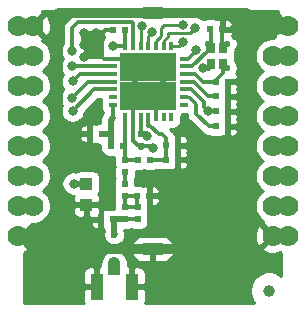
<source format=gbr>
G04 #@! TF.GenerationSoftware,KiCad,Pcbnew,5.1.0-rc2-unknown-4612175~81~ubuntu18.04.1*
G04 #@! TF.CreationDate,2019-03-08T09:47:56+02:00*
G04 #@! TF.ProjectId,LoRa_RevB,4c6f5261-5f52-4657-9642-2e6b69636164,rev?*
G04 #@! TF.SameCoordinates,Original*
G04 #@! TF.FileFunction,Copper,L1,Top*
G04 #@! TF.FilePolarity,Positive*
%FSLAX46Y46*%
G04 Gerber Fmt 4.6, Leading zero omitted, Abs format (unit mm)*
G04 Created by KiCad (PCBNEW 5.1.0-rc2-unknown-4612175~81~ubuntu18.04.1) date 2019-03-08 09:47:56*
%MOMM*%
%LPD*%
G04 APERTURE LIST*
%ADD10C,1.000000*%
%ADD11C,1.778000*%
%ADD12C,0.100000*%
%ADD13O,2.500000X1.000000*%
%ADD14O,0.800000X20.800000*%
%ADD15O,16.800000X0.800000*%
%ADD16C,0.600000*%
%ADD17R,1.050000X1.050000*%
%ADD18R,1.050000X2.200000*%
%ADD19R,1.016000X1.016000*%
%ADD20R,0.550000X0.500000*%
%ADD21C,0.550000*%
%ADD22R,0.750000X0.850000*%
%ADD23C,1.200000*%
%ADD24R,2.400000X2.400000*%
%ADD25R,0.325000X0.750000*%
%ADD26R,0.750000X0.325000*%
%ADD27R,0.500000X0.550000*%
%ADD28C,0.800000*%
%ADD29C,0.355600*%
%ADD30C,0.508000*%
%ADD31C,0.250000*%
%ADD32C,1.016000*%
%ADD33C,0.254000*%
G04 APERTURE END LIST*
D10*
X94945200Y-78308200D03*
D11*
X74930000Y-55880000D03*
X74930000Y-58420000D03*
X74930000Y-60960000D03*
X74930000Y-68580000D03*
X74930000Y-71120000D03*
X74930000Y-66040000D03*
X74930000Y-63500000D03*
X74930000Y-73660000D03*
D12*
G36*
X74050622Y-73529557D02*
G01*
X74067642Y-73443991D01*
X74092967Y-73360505D01*
X74126354Y-73279904D01*
X74167479Y-73202963D01*
X74215949Y-73130423D01*
X74271294Y-73062984D01*
X74332984Y-73001294D01*
X74400423Y-72945949D01*
X74472963Y-72897479D01*
X74549904Y-72856354D01*
X74630505Y-72822967D01*
X74713991Y-72797642D01*
X74799557Y-72780622D01*
X74886379Y-72772071D01*
X74973621Y-72772071D01*
X75060443Y-72780622D01*
X75146009Y-72797642D01*
X75229495Y-72822967D01*
X75310096Y-72856354D01*
X75387037Y-72897479D01*
X75459577Y-72945949D01*
X75527016Y-73001294D01*
X75588706Y-73062984D01*
X75644051Y-73130423D01*
X75692521Y-73202963D01*
X75733646Y-73279904D01*
X75767033Y-73360505D01*
X75792358Y-73443991D01*
X75809378Y-73529557D01*
X75817929Y-73616379D01*
X75817929Y-73703621D01*
X75809378Y-73790443D01*
X75792358Y-73876009D01*
X75767033Y-73959495D01*
X75733646Y-74040096D01*
X75692521Y-74117037D01*
X75644051Y-74189577D01*
X75588706Y-74257016D01*
X75527016Y-74318706D01*
X75459577Y-74374051D01*
X75387037Y-74422521D01*
X75310096Y-74463646D01*
X75229495Y-74497033D01*
X75146009Y-74522358D01*
X75060443Y-74539378D01*
X74973621Y-74547929D01*
X74886379Y-74547929D01*
X74799557Y-74539378D01*
X74713991Y-74522358D01*
X74630505Y-74497033D01*
X74549904Y-74463646D01*
X74472963Y-74422521D01*
X74400423Y-74374051D01*
X74332984Y-74318706D01*
X74271294Y-74257016D01*
X74215949Y-74189577D01*
X74167479Y-74117037D01*
X74126354Y-74040096D01*
X74092967Y-73959495D01*
X74067642Y-73876009D01*
X74050622Y-73790443D01*
X74042071Y-73703621D01*
X74042071Y-73616379D01*
X74050622Y-73529557D01*
X74050622Y-73529557D01*
G37*
D11*
X73660000Y-66040000D03*
X73660000Y-68580000D03*
X73660000Y-71120000D03*
X73660000Y-73660000D03*
X73660000Y-63500000D03*
X73660000Y-60960000D03*
X73660000Y-55880000D03*
X73660000Y-58420000D03*
X95250000Y-73660000D03*
X95250000Y-71120000D03*
X95250000Y-68580000D03*
X95250000Y-60960000D03*
X95250000Y-58420000D03*
X95250000Y-63500000D03*
X95250000Y-66040000D03*
X95250000Y-55880000D03*
D12*
G36*
X96129378Y-56010443D02*
G01*
X96112358Y-56096009D01*
X96087033Y-56179495D01*
X96053646Y-56260096D01*
X96012521Y-56337037D01*
X95964051Y-56409577D01*
X95908706Y-56477016D01*
X95847016Y-56538706D01*
X95779577Y-56594051D01*
X95707037Y-56642521D01*
X95630096Y-56683646D01*
X95549495Y-56717033D01*
X95466009Y-56742358D01*
X95380443Y-56759378D01*
X95293621Y-56767929D01*
X95206379Y-56767929D01*
X95119557Y-56759378D01*
X95033991Y-56742358D01*
X94950505Y-56717033D01*
X94869904Y-56683646D01*
X94792963Y-56642521D01*
X94720423Y-56594051D01*
X94652984Y-56538706D01*
X94591294Y-56477016D01*
X94535949Y-56409577D01*
X94487479Y-56337037D01*
X94446354Y-56260096D01*
X94412967Y-56179495D01*
X94387642Y-56096009D01*
X94370622Y-56010443D01*
X94362071Y-55923621D01*
X94362071Y-55836379D01*
X94370622Y-55749557D01*
X94387642Y-55663991D01*
X94412967Y-55580505D01*
X94446354Y-55499904D01*
X94487479Y-55422963D01*
X94535949Y-55350423D01*
X94591294Y-55282984D01*
X94652984Y-55221294D01*
X94720423Y-55165949D01*
X94792963Y-55117479D01*
X94869904Y-55076354D01*
X94950505Y-55042967D01*
X95033991Y-55017642D01*
X95119557Y-55000622D01*
X95206379Y-54992071D01*
X95293621Y-54992071D01*
X95380443Y-55000622D01*
X95466009Y-55017642D01*
X95549495Y-55042967D01*
X95630096Y-55076354D01*
X95707037Y-55117479D01*
X95779577Y-55165949D01*
X95847016Y-55221294D01*
X95908706Y-55282984D01*
X95964051Y-55350423D01*
X96012521Y-55422963D01*
X96053646Y-55499904D01*
X96087033Y-55580505D01*
X96112358Y-55663991D01*
X96129378Y-55749557D01*
X96137929Y-55836379D01*
X96137929Y-55923621D01*
X96129378Y-56010443D01*
X96129378Y-56010443D01*
G37*
D11*
X96520000Y-63500000D03*
X96520000Y-60960000D03*
X96520000Y-58420000D03*
X96520000Y-55880000D03*
X96520000Y-66040000D03*
X96520000Y-68580000D03*
X96520000Y-73660000D03*
X96520000Y-71120000D03*
D13*
X85090000Y-54770000D03*
X85090000Y-74770000D03*
D14*
X77090000Y-64770000D03*
X93090000Y-64770000D03*
D15*
X85090000Y-54770000D03*
X85090000Y-74770000D03*
D16*
X81825000Y-73550000D03*
D17*
X81825000Y-76476400D03*
D18*
X80325000Y-77976400D03*
X83325000Y-77976400D03*
D19*
X79475000Y-71028000D03*
X79475000Y-69250000D03*
D20*
X82700000Y-72270000D03*
X82700000Y-71254000D03*
D21*
X91375000Y-57375000D03*
X91375000Y-59425000D03*
X89725000Y-59425000D03*
X89725000Y-57375000D03*
D22*
X91075000Y-57725000D03*
X91075000Y-59075000D03*
X90025000Y-59075000D03*
X90025000Y-57725000D03*
D23*
X83502000Y-59400000D03*
X83502000Y-61800000D03*
X85902000Y-59400000D03*
X85902000Y-61800000D03*
D24*
X83502000Y-59400000D03*
X83502000Y-61800000D03*
X85902000Y-59400000D03*
X85902000Y-61800000D03*
D25*
X86652000Y-63600000D03*
X86002000Y-63600000D03*
X85352000Y-63600000D03*
X84702000Y-63600000D03*
X84052000Y-63600000D03*
X83402000Y-63600000D03*
X82752000Y-63600000D03*
D26*
X81702000Y-62550000D03*
X81702000Y-61900000D03*
X81702000Y-61250000D03*
X81702000Y-60600000D03*
X81702000Y-59950000D03*
X81702000Y-59300000D03*
X81702000Y-58650000D03*
D25*
X82752000Y-57600000D03*
X83402000Y-57600000D03*
X84052000Y-57600000D03*
X84702000Y-57600000D03*
X85352000Y-57600000D03*
X86002000Y-57600000D03*
X86652000Y-57600000D03*
D26*
X87702000Y-58650000D03*
X87702000Y-59300000D03*
X87702000Y-59950000D03*
X87702000Y-60600000D03*
X87702000Y-61250000D03*
X87702000Y-61900000D03*
X87702000Y-62550000D03*
D20*
X82700000Y-70270000D03*
X82700000Y-69254000D03*
D27*
X80772000Y-65024000D03*
X79756000Y-65024000D03*
X84861400Y-67233800D03*
X83845400Y-67233800D03*
D20*
X84052000Y-66083000D03*
X84052000Y-65067000D03*
D27*
X82550000Y-66040000D03*
X81534000Y-66040000D03*
X80692000Y-72262000D03*
X81708000Y-72262000D03*
D20*
X83800000Y-71254000D03*
X83800000Y-72270000D03*
D27*
X84808000Y-70262000D03*
X83792000Y-70262000D03*
D20*
X82727800Y-67254000D03*
X82727800Y-68270000D03*
D27*
X86192000Y-67200000D03*
X87208000Y-67200000D03*
X86192000Y-66000000D03*
X87208000Y-66000000D03*
X81737200Y-56235600D03*
X82753200Y-56235600D03*
X91440000Y-61849000D03*
X90424000Y-61849000D03*
X91440000Y-64389000D03*
X90424000Y-64389000D03*
X91440000Y-63119000D03*
X90424000Y-63119000D03*
X91440000Y-60600000D03*
X90424000Y-60600000D03*
X90983000Y-56150000D03*
X89967000Y-56150000D03*
D28*
X89381152Y-59451424D03*
X80314800Y-56489600D03*
X79332000Y-64060000D03*
X78332000Y-65060000D03*
X84632000Y-73360000D03*
X85632000Y-73360000D03*
X86632000Y-73360000D03*
X87632000Y-73360000D03*
X88632000Y-73360000D03*
X89632000Y-73360000D03*
X90632000Y-73360000D03*
X91632000Y-73360000D03*
X88902800Y-70205600D03*
X87902800Y-70205600D03*
X88953600Y-71462800D03*
X87953600Y-71462800D03*
X86902800Y-70205600D03*
X86953600Y-71462800D03*
X89445600Y-65786000D03*
X90445600Y-65786000D03*
X91445600Y-65786000D03*
X80121400Y-73362800D03*
X78121400Y-73362800D03*
X79121400Y-73362801D03*
X79248000Y-56484000D03*
X79248000Y-57484000D03*
X79248000Y-58484000D03*
X79248000Y-66040000D03*
X85140800Y-66192400D03*
X84607495Y-65187077D03*
X81737200Y-57594500D03*
X89789000Y-63119000D03*
X78384400Y-69240400D03*
X81809800Y-75931700D03*
X78308200Y-63068200D03*
X78270100Y-61976000D03*
X78282800Y-58000900D03*
X88708712Y-57923912D03*
X78270100Y-59309000D03*
X78295500Y-60591700D03*
X87680800Y-57221791D03*
X84988400Y-56438800D03*
X84162776Y-55855631D03*
X87680800Y-55770000D03*
X88672787Y-56095001D03*
D29*
X85352000Y-62350000D02*
X85902000Y-61800000D01*
X85352000Y-63600000D02*
X85352000Y-62350000D01*
X83402000Y-61900000D02*
X83502000Y-61800000D01*
X83402000Y-63600000D02*
X83402000Y-61900000D01*
X89725000Y-59425000D02*
X89407576Y-59425000D01*
X89407576Y-59425000D02*
X89381152Y-59451424D01*
X82752000Y-58650000D02*
X83502000Y-59400000D01*
X81702000Y-58650000D02*
X82752000Y-58650000D01*
X86652000Y-62550000D02*
X85902000Y-61800000D01*
X80971400Y-58650000D02*
X80810100Y-58488700D01*
X81702000Y-58650000D02*
X80971400Y-58650000D01*
X80810100Y-58488700D02*
X80810100Y-56476900D01*
X81051400Y-56235600D02*
X81737200Y-56235600D01*
X80810100Y-56476900D02*
X81051400Y-56235600D01*
X90983000Y-57633000D02*
X91075000Y-57725000D01*
X90983000Y-56150000D02*
X90983000Y-57633000D01*
X90983000Y-56150000D02*
X91805000Y-56150000D01*
X91805000Y-56150000D02*
X91808300Y-56146700D01*
X91440000Y-60600000D02*
X91440000Y-61849000D01*
X91440000Y-61849000D02*
X91440000Y-63119000D01*
X91440000Y-63119000D02*
X91440000Y-64389000D01*
X92709000Y-64389000D02*
X93090000Y-64770000D01*
X91440000Y-64389000D02*
X92709000Y-64389000D01*
D30*
X92075000Y-55880000D02*
X95250000Y-55880000D01*
X91805000Y-56150000D02*
X92075000Y-55880000D01*
X80810100Y-56476900D02*
X80327500Y-56476900D01*
X80327500Y-56476900D02*
X80314800Y-56489600D01*
D31*
X91440000Y-65780400D02*
X91445600Y-65786000D01*
X91440000Y-64389000D02*
X91440000Y-65780400D01*
X89445600Y-65786000D02*
X90445600Y-65786000D01*
X90445600Y-65786000D02*
X91445600Y-65786000D01*
X86953600Y-71462800D02*
X87953600Y-71462800D01*
X87953600Y-71462800D02*
X88953600Y-71462800D01*
X84632000Y-73360000D02*
X85632000Y-73360000D01*
X85632000Y-73360000D02*
X86632000Y-73360000D01*
X86632000Y-73360000D02*
X87632000Y-73360000D01*
X87632000Y-73360000D02*
X88632000Y-73360000D01*
X88632000Y-73360000D02*
X89632000Y-73360000D01*
X89632000Y-73360000D02*
X90632000Y-73360000D01*
X90632000Y-73360000D02*
X91632000Y-73360000D01*
D29*
X83881398Y-66083000D02*
X84052000Y-66083000D01*
X83399199Y-65600801D02*
X83881398Y-66083000D01*
X83399199Y-64333401D02*
X83399199Y-65600801D01*
X83402000Y-63600000D02*
X83402000Y-64330600D01*
X83402000Y-64330600D02*
X83399199Y-64333401D01*
D31*
X73660000Y-55880000D02*
X74930000Y-55880000D01*
X73660000Y-73660000D02*
X74930000Y-73660000D01*
X96520000Y-55880000D02*
X95250000Y-55880000D01*
X95250000Y-73660000D02*
X96520000Y-73660000D01*
D29*
X86846400Y-70262000D02*
X86902800Y-70205600D01*
X84808000Y-70262000D02*
X86846400Y-70262000D01*
X78368000Y-65024000D02*
X78332000Y-65060000D01*
X79756000Y-65024000D02*
X78368000Y-65024000D01*
X87208000Y-66000000D02*
X87208000Y-67200000D01*
X87208000Y-69900400D02*
X86902800Y-70205600D01*
X87208000Y-67200000D02*
X87208000Y-69900400D01*
X84052000Y-66083000D02*
X85031400Y-66083000D01*
X85031400Y-66083000D02*
X85140800Y-66192400D01*
X89725000Y-57763908D02*
X89725000Y-57375000D01*
X89725000Y-58007600D02*
X89725000Y-57763908D01*
X88432600Y-59300000D02*
X89725000Y-58007600D01*
X87702000Y-59300000D02*
X88432600Y-59300000D01*
X90025000Y-56208000D02*
X89967000Y-56150000D01*
X90025000Y-57725000D02*
X90025000Y-56208000D01*
X91075000Y-59505042D02*
X91075000Y-59075000D01*
X90424000Y-60506600D02*
X90424000Y-60600000D01*
X91075000Y-59855600D02*
X90424000Y-60506600D01*
X91075000Y-59075000D02*
X91075000Y-59855600D01*
X87702000Y-59950000D02*
X88675752Y-59950000D01*
X89818400Y-60600000D02*
X90424000Y-60600000D01*
X89325752Y-60600000D02*
X89818400Y-60600000D01*
X88675752Y-59950000D02*
X89325752Y-60600000D01*
X84052000Y-63600000D02*
X84052000Y-65067000D01*
X84632800Y-65161772D02*
X84607495Y-65187077D01*
X84632800Y-65067000D02*
X84632800Y-65161772D01*
D30*
X84052000Y-65067000D02*
X84632800Y-65067000D01*
D29*
X82753200Y-57598800D02*
X82752000Y-57600000D01*
X82753200Y-56235600D02*
X82753200Y-57598800D01*
X82752000Y-57600000D02*
X81742700Y-57600000D01*
X81742700Y-57600000D02*
X81737200Y-57594500D01*
X90424000Y-63119000D02*
X89789000Y-63119000D01*
X89389001Y-62338001D02*
X89389001Y-62719001D01*
X87702000Y-61250000D02*
X88301000Y-61250000D01*
X89389001Y-62719001D02*
X89789000Y-63119000D01*
X88301000Y-61250000D02*
X89389001Y-62338001D01*
D30*
X79465400Y-69240400D02*
X79475000Y-69250000D01*
X78384400Y-69240400D02*
X79465400Y-69240400D01*
D31*
X73660000Y-71120000D02*
X74930000Y-71120000D01*
D29*
X90424000Y-64389000D02*
X89818400Y-64389000D01*
X88773000Y-63343600D02*
X88773000Y-62611000D01*
X89818400Y-64389000D02*
X88773000Y-63343600D01*
D31*
X87702000Y-61900000D02*
X88189000Y-61900000D01*
X88773000Y-62484000D02*
X88773000Y-62611000D01*
X88189000Y-61900000D02*
X88773000Y-62484000D01*
D29*
X89789000Y-61849000D02*
X89818400Y-61849000D01*
X89818400Y-61849000D02*
X90424000Y-61849000D01*
X87702000Y-60600000D02*
X88540000Y-60600000D01*
X88540000Y-60600000D02*
X89789000Y-61849000D01*
X81702000Y-62550000D02*
X81702000Y-63698000D01*
D30*
X81702000Y-63698000D02*
X81534000Y-63866000D01*
X81534000Y-65020000D02*
X81534000Y-64947800D01*
X81530000Y-65024000D02*
X81534000Y-65020000D01*
X80772000Y-65024000D02*
X81530000Y-65024000D01*
X81534000Y-63866000D02*
X81534000Y-64947800D01*
X81534000Y-64947800D02*
X81534000Y-66040000D01*
D29*
X82727800Y-69226200D02*
X82700000Y-69254000D01*
X82727800Y-68270000D02*
X82727800Y-69226200D01*
X83784000Y-70270000D02*
X83792000Y-70262000D01*
X82700000Y-70270000D02*
X83784000Y-70270000D01*
X83792000Y-71246000D02*
X83800000Y-71254000D01*
X83792000Y-70262000D02*
X83792000Y-71246000D01*
X83800000Y-71254000D02*
X82700000Y-71254000D01*
X82700000Y-71254000D02*
X82700000Y-70270000D01*
X81833000Y-73542000D02*
X81825000Y-73550000D01*
D30*
X81825000Y-75946900D02*
X81809800Y-75931700D01*
D32*
X81825000Y-75978010D02*
X81809800Y-75978010D01*
D31*
X81809800Y-76461200D02*
X81825000Y-76476400D01*
X81809800Y-75931700D02*
X81809800Y-76461200D01*
D30*
X81867000Y-73508000D02*
X81825000Y-73550000D01*
D29*
X81716000Y-72270000D02*
X81708000Y-72262000D01*
D30*
X81825000Y-73550000D02*
X81825000Y-72417800D01*
X82700000Y-72270000D02*
X81972800Y-72270000D01*
D29*
X81825000Y-72417800D02*
X81972800Y-72270000D01*
X81972800Y-72270000D02*
X81716000Y-72270000D01*
X83800000Y-72270000D02*
X82700000Y-72270000D01*
X82752000Y-67229800D02*
X82727800Y-67254000D01*
X82700000Y-66040000D02*
X82752000Y-66092000D01*
X82550000Y-66040000D02*
X82700000Y-66040000D01*
X82752000Y-63600000D02*
X82752000Y-66092000D01*
X82752000Y-66092000D02*
X82752000Y-67229800D01*
X83825200Y-67254000D02*
X83845400Y-67233800D01*
X82727800Y-67254000D02*
X83825200Y-67254000D01*
X81702000Y-61250000D02*
X80147246Y-61250000D01*
X78329046Y-63068200D02*
X78308200Y-63068200D01*
X80147246Y-61250000D02*
X78329046Y-63068200D01*
D31*
X73660000Y-68580000D02*
X74930000Y-68580000D01*
D29*
X81702000Y-60600000D02*
X79646100Y-60600000D01*
X79646100Y-60600000D02*
X78270100Y-61976000D01*
D31*
X73660000Y-66040000D02*
X74930000Y-66040000D01*
D29*
X78282800Y-57435215D02*
X78282800Y-58000900D01*
X83402000Y-57600000D02*
X83402000Y-56869400D01*
X83384974Y-55649632D02*
X83318141Y-55582799D01*
X78282800Y-56083200D02*
X78282800Y-57435215D01*
X83318141Y-55582799D02*
X78783201Y-55582799D01*
X83402000Y-56869400D02*
X83384974Y-56852374D01*
X78783201Y-55582799D02*
X78282800Y-56083200D01*
X83384974Y-56852374D02*
X83384974Y-55649632D01*
D31*
X74930000Y-58420000D02*
X73660000Y-58420000D01*
X87702000Y-58650000D02*
X87982624Y-58650000D01*
X87982624Y-58650000D02*
X88708712Y-57923912D01*
X96520000Y-71120000D02*
X95250000Y-71120000D01*
D29*
X81702000Y-59300000D02*
X78279100Y-59300000D01*
X78279100Y-59300000D02*
X78270100Y-59309000D01*
D31*
X73660000Y-60960000D02*
X74930000Y-60960000D01*
D29*
X81702000Y-59950000D02*
X78937200Y-59950000D01*
X78937200Y-59950000D02*
X78295500Y-60591700D01*
D31*
X74930000Y-63500000D02*
X73660000Y-63500000D01*
X86652000Y-57600000D02*
X87302591Y-57600000D01*
X87302591Y-57600000D02*
X87680800Y-57221791D01*
X95250000Y-68580000D02*
X96520000Y-68580000D01*
X84702000Y-56725200D02*
X84988400Y-56438800D01*
X84702000Y-57600000D02*
X84702000Y-56725200D01*
X96520000Y-60960000D02*
X95250000Y-60960000D01*
X84052000Y-55966407D02*
X84162776Y-55855631D01*
X84052000Y-57600000D02*
X84052000Y-55966407D01*
X95250000Y-58420000D02*
X96520000Y-58420000D01*
X86063600Y-55770000D02*
X87680800Y-55770000D01*
X85750400Y-56083200D02*
X86063600Y-55770000D01*
X85750400Y-56749802D02*
X85750400Y-56083200D01*
X85352000Y-57600000D02*
X85352000Y-57148202D01*
X85352000Y-57148202D02*
X85750400Y-56749802D01*
X95250000Y-63500000D02*
X96520000Y-63500000D01*
X86403609Y-56496791D02*
X88270997Y-56496791D01*
X86002000Y-57600000D02*
X86002000Y-57134612D01*
X88270997Y-56496791D02*
X88672787Y-56095001D01*
X86403609Y-56733003D02*
X86403609Y-56496791D01*
X86002000Y-57134612D02*
X86403609Y-56733003D01*
X96520000Y-66040000D02*
X95250000Y-66040000D01*
D29*
X86192000Y-66000000D02*
X86192000Y-67200000D01*
X86175000Y-67183000D02*
X86192000Y-67200000D01*
X86192000Y-65392000D02*
X86192000Y-66000000D01*
X85851942Y-65051942D02*
X86192000Y-65392000D01*
X85586400Y-65051942D02*
X85851942Y-65051942D01*
X84865058Y-64330600D02*
X85586400Y-65051942D01*
X84702000Y-63600000D02*
X84702000Y-64330600D01*
X84702000Y-64330600D02*
X84865058Y-64330600D01*
X86158200Y-67233800D02*
X86192000Y-67200000D01*
X84861400Y-67233800D02*
X86158200Y-67233800D01*
D33*
G36*
X83372045Y-54642998D02*
G01*
X83205000Y-54642998D01*
X83205000Y-54769999D01*
X78823121Y-54769999D01*
X78783201Y-54766067D01*
X78743280Y-54769999D01*
X78743278Y-54769999D01*
X78623864Y-54781760D01*
X78470651Y-54828237D01*
X78329449Y-54903711D01*
X78205684Y-55005282D01*
X78180229Y-55036299D01*
X77736300Y-55480228D01*
X77705283Y-55505683D01*
X77603712Y-55629449D01*
X77528238Y-55770651D01*
X77481761Y-55923864D01*
X77475629Y-55986126D01*
X77466068Y-56083200D01*
X77470000Y-56123121D01*
X77470001Y-57354389D01*
X77365595Y-57510644D01*
X77287574Y-57699002D01*
X77247800Y-57898961D01*
X77247800Y-58102839D01*
X77287574Y-58302798D01*
X77365595Y-58491156D01*
X77469191Y-58646198D01*
X77466163Y-58649226D01*
X77352895Y-58818744D01*
X77274874Y-59007102D01*
X77235100Y-59207061D01*
X77235100Y-59410939D01*
X77274874Y-59610898D01*
X77352895Y-59799256D01*
X77466163Y-59968774D01*
X77466630Y-59969241D01*
X77378295Y-60101444D01*
X77300274Y-60289802D01*
X77260500Y-60489761D01*
X77260500Y-60693639D01*
X77300274Y-60893598D01*
X77378295Y-61081956D01*
X77491563Y-61251474D01*
X77511239Y-61271150D01*
X77466163Y-61316226D01*
X77352895Y-61485744D01*
X77274874Y-61674102D01*
X77235100Y-61874061D01*
X77235100Y-62077939D01*
X77274874Y-62277898D01*
X77352895Y-62466256D01*
X77409259Y-62550610D01*
X77390995Y-62577944D01*
X77312974Y-62766302D01*
X77273200Y-62966261D01*
X77273200Y-63170139D01*
X77312974Y-63370098D01*
X77390995Y-63558456D01*
X77504263Y-63727974D01*
X77648426Y-63872137D01*
X77817944Y-63985405D01*
X78006302Y-64063426D01*
X78206261Y-64103200D01*
X78410139Y-64103200D01*
X78610098Y-64063426D01*
X78798456Y-63985405D01*
X78967974Y-63872137D01*
X79112137Y-63727974D01*
X79225405Y-63558456D01*
X79303426Y-63370098D01*
X79334912Y-63211806D01*
X80483919Y-62062800D01*
X80688958Y-62062800D01*
X80701188Y-62186982D01*
X80712721Y-62225000D01*
X80701188Y-62263018D01*
X80688928Y-62387500D01*
X80688928Y-62712500D01*
X80701188Y-62836982D01*
X80737498Y-62956680D01*
X80796463Y-63066994D01*
X80875815Y-63163685D01*
X80889201Y-63174670D01*
X80889201Y-63250353D01*
X80791247Y-63369710D01*
X80708697Y-63524150D01*
X80657864Y-63691727D01*
X80645000Y-63822334D01*
X80645000Y-63822340D01*
X80640700Y-63866000D01*
X80645000Y-63909661D01*
X80645000Y-64110928D01*
X80522000Y-64110928D01*
X80397518Y-64123188D01*
X80277820Y-64159498D01*
X80262247Y-64167822D01*
X80191223Y-64138403D01*
X80068542Y-64114000D01*
X80039750Y-64114000D01*
X79881000Y-64272750D01*
X79881000Y-64897000D01*
X79883928Y-64897000D01*
X79883928Y-64970911D01*
X79878699Y-65024000D01*
X79883928Y-65077089D01*
X79883928Y-65151000D01*
X79881000Y-65151000D01*
X79881000Y-65775250D01*
X80039750Y-65934000D01*
X80068542Y-65934000D01*
X80191223Y-65909597D01*
X80262247Y-65880178D01*
X80277820Y-65888502D01*
X80397518Y-65924812D01*
X80522000Y-65937072D01*
X80645001Y-65937072D01*
X80645001Y-66083667D01*
X80645928Y-66093079D01*
X80645928Y-66315000D01*
X80658188Y-66439482D01*
X80694498Y-66559180D01*
X80753463Y-66669494D01*
X80832815Y-66766185D01*
X80929506Y-66845537D01*
X81039820Y-66904502D01*
X81159518Y-66940812D01*
X81284000Y-66953072D01*
X81784000Y-66953072D01*
X81820094Y-66949517D01*
X81814728Y-67004000D01*
X81814728Y-67504000D01*
X81826988Y-67628482D01*
X81863298Y-67748180D01*
X81870685Y-67762000D01*
X81863298Y-67775820D01*
X81826988Y-67895518D01*
X81814728Y-68020000D01*
X81814728Y-68520000D01*
X81826988Y-68644482D01*
X81852389Y-68728219D01*
X81835498Y-68759820D01*
X81799188Y-68879518D01*
X81786928Y-69004000D01*
X81786928Y-69504000D01*
X81799188Y-69628482D01*
X81835498Y-69748180D01*
X81842885Y-69762000D01*
X81835498Y-69775820D01*
X81799188Y-69895518D01*
X81786928Y-70020000D01*
X81786928Y-70520000D01*
X81799188Y-70644482D01*
X81834837Y-70762000D01*
X81799188Y-70879518D01*
X81786928Y-71004000D01*
X81786928Y-71348928D01*
X81458000Y-71348928D01*
X81333518Y-71361188D01*
X81213820Y-71397498D01*
X81198247Y-71405822D01*
X81127223Y-71376403D01*
X81004542Y-71352000D01*
X80975750Y-71352000D01*
X80817000Y-71510750D01*
X80817000Y-72135000D01*
X80819928Y-72135000D01*
X80819928Y-72389000D01*
X80817000Y-72389000D01*
X80817000Y-73013250D01*
X80971356Y-73167606D01*
X80925932Y-73277271D01*
X80890000Y-73457911D01*
X80890000Y-73642089D01*
X80925932Y-73822729D01*
X80996414Y-73992889D01*
X81098738Y-74146028D01*
X81228972Y-74276262D01*
X81382111Y-74378586D01*
X81552271Y-74449068D01*
X81732911Y-74485000D01*
X81917089Y-74485000D01*
X82001919Y-74468126D01*
X83245881Y-74468126D01*
X83372046Y-74643000D01*
X84963000Y-74643000D01*
X84963000Y-74623000D01*
X85217000Y-74623000D01*
X85217000Y-74643000D01*
X86807954Y-74643000D01*
X86934119Y-74468126D01*
X86854276Y-74245024D01*
X86732369Y-74057236D01*
X86576169Y-73896839D01*
X86391678Y-73769997D01*
X86185987Y-73681585D01*
X85967000Y-73635000D01*
X84213000Y-73635000D01*
X83994013Y-73681585D01*
X83788322Y-73769997D01*
X83603831Y-73896839D01*
X83447631Y-74057236D01*
X83325724Y-74245024D01*
X83245881Y-74468126D01*
X82001919Y-74468126D01*
X82097729Y-74449068D01*
X82267889Y-74378586D01*
X82421028Y-74276262D01*
X82551262Y-74146028D01*
X82653586Y-73992889D01*
X82724068Y-73822729D01*
X82760000Y-73642089D01*
X82760000Y-73511046D01*
X82760300Y-73508000D01*
X82760000Y-73504954D01*
X82760000Y-73457911D01*
X82750823Y-73411776D01*
X82743136Y-73333726D01*
X82692302Y-73166148D01*
X82687985Y-73158072D01*
X82975000Y-73158072D01*
X83099482Y-73145812D01*
X83219180Y-73109502D01*
X83250000Y-73093028D01*
X83280820Y-73109502D01*
X83400518Y-73145812D01*
X83525000Y-73158072D01*
X84075000Y-73158072D01*
X84199482Y-73145812D01*
X84319180Y-73109502D01*
X84429494Y-73050537D01*
X84526185Y-72971185D01*
X84605537Y-72874494D01*
X84664502Y-72764180D01*
X84700812Y-72644482D01*
X84713072Y-72520000D01*
X84713072Y-72020000D01*
X84700812Y-71895518D01*
X84664502Y-71775820D01*
X84657115Y-71762000D01*
X84664502Y-71748180D01*
X84700812Y-71628482D01*
X84713072Y-71504000D01*
X84713072Y-71004000D01*
X84700812Y-70879518D01*
X84683000Y-70820800D01*
X84683000Y-70389000D01*
X84933000Y-70389000D01*
X84933000Y-71013250D01*
X85091750Y-71172000D01*
X85120542Y-71172000D01*
X85243223Y-71147597D01*
X85358785Y-71099730D01*
X85462789Y-71030237D01*
X85551237Y-70941789D01*
X85620730Y-70837785D01*
X85668597Y-70722223D01*
X85693000Y-70599542D01*
X85693000Y-70547750D01*
X85534250Y-70389000D01*
X84933000Y-70389000D01*
X84683000Y-70389000D01*
X84680072Y-70389000D01*
X84680072Y-70135000D01*
X84683000Y-70135000D01*
X84683000Y-69510750D01*
X84933000Y-69510750D01*
X84933000Y-70135000D01*
X85534250Y-70135000D01*
X85693000Y-69976250D01*
X85693000Y-69924458D01*
X85668597Y-69801777D01*
X85620730Y-69686215D01*
X85551237Y-69582211D01*
X85462789Y-69493763D01*
X85358785Y-69424270D01*
X85243223Y-69376403D01*
X85120542Y-69352000D01*
X85091750Y-69352000D01*
X84933000Y-69510750D01*
X84683000Y-69510750D01*
X84524250Y-69352000D01*
X84495458Y-69352000D01*
X84372777Y-69376403D01*
X84301753Y-69405822D01*
X84286180Y-69397498D01*
X84166482Y-69361188D01*
X84042000Y-69348928D01*
X83613072Y-69348928D01*
X83613072Y-69004000D01*
X83600812Y-68879518D01*
X83575411Y-68795781D01*
X83592302Y-68764180D01*
X83628612Y-68644482D01*
X83640872Y-68520000D01*
X83640872Y-68146872D01*
X84095400Y-68146872D01*
X84219882Y-68134612D01*
X84339580Y-68098302D01*
X84353400Y-68090915D01*
X84367220Y-68098302D01*
X84486918Y-68134612D01*
X84611400Y-68146872D01*
X85111400Y-68146872D01*
X85235882Y-68134612D01*
X85355580Y-68098302D01*
X85452306Y-68046600D01*
X85664328Y-68046600D01*
X85697820Y-68064502D01*
X85817518Y-68100812D01*
X85942000Y-68113072D01*
X86442000Y-68113072D01*
X86566482Y-68100812D01*
X86686180Y-68064502D01*
X86701753Y-68056178D01*
X86772777Y-68085597D01*
X86895458Y-68110000D01*
X86924250Y-68110000D01*
X87083000Y-67951250D01*
X87083000Y-67327000D01*
X87333000Y-67327000D01*
X87333000Y-67951250D01*
X87491750Y-68110000D01*
X87520542Y-68110000D01*
X87643223Y-68085597D01*
X87758785Y-68037730D01*
X87862789Y-67968237D01*
X87951237Y-67879789D01*
X88020730Y-67775785D01*
X88068597Y-67660223D01*
X88093000Y-67537542D01*
X88093000Y-67485750D01*
X87934250Y-67327000D01*
X87333000Y-67327000D01*
X87083000Y-67327000D01*
X87080072Y-67327000D01*
X87080072Y-67073000D01*
X87083000Y-67073000D01*
X87083000Y-66127000D01*
X87333000Y-66127000D01*
X87333000Y-67073000D01*
X87934250Y-67073000D01*
X88093000Y-66914250D01*
X88093000Y-66862458D01*
X88068597Y-66739777D01*
X88020730Y-66624215D01*
X88004550Y-66600000D01*
X88020730Y-66575785D01*
X88068597Y-66460223D01*
X88093000Y-66337542D01*
X88093000Y-66285750D01*
X87934250Y-66127000D01*
X87333000Y-66127000D01*
X87083000Y-66127000D01*
X87080072Y-66127000D01*
X87080072Y-65873000D01*
X87083000Y-65873000D01*
X87083000Y-65248750D01*
X87333000Y-65248750D01*
X87333000Y-65873000D01*
X87934250Y-65873000D01*
X88093000Y-65714250D01*
X88093000Y-65662458D01*
X88068597Y-65539777D01*
X88020730Y-65424215D01*
X87951237Y-65320211D01*
X87862789Y-65231763D01*
X87758785Y-65162270D01*
X87643223Y-65114403D01*
X87520542Y-65090000D01*
X87491750Y-65090000D01*
X87333000Y-65248750D01*
X87083000Y-65248750D01*
X86960871Y-65126621D01*
X86946562Y-65079450D01*
X86918923Y-65027741D01*
X86871088Y-64938248D01*
X86769517Y-64814483D01*
X86738502Y-64789030D01*
X86562544Y-64613072D01*
X86814500Y-64613072D01*
X86938982Y-64600812D01*
X87058680Y-64564502D01*
X87168994Y-64505537D01*
X87265685Y-64426185D01*
X87345037Y-64329494D01*
X87404002Y-64219180D01*
X87440312Y-64099482D01*
X87452572Y-63975000D01*
X87452572Y-63529464D01*
X87506789Y-63493237D01*
X87595237Y-63404789D01*
X87631464Y-63350572D01*
X87956955Y-63350572D01*
X87960200Y-63383520D01*
X87960200Y-63383522D01*
X87971961Y-63502936D01*
X88018438Y-63656149D01*
X88093912Y-63797351D01*
X88195483Y-63921117D01*
X88226499Y-63946571D01*
X89215433Y-64935506D01*
X89240883Y-64966517D01*
X89364648Y-65068088D01*
X89505850Y-65143562D01*
X89659063Y-65190039D01*
X89778477Y-65201800D01*
X89778479Y-65201800D01*
X89818400Y-65205732D01*
X89837019Y-65203898D01*
X89929820Y-65253502D01*
X90049518Y-65289812D01*
X90174000Y-65302072D01*
X90674000Y-65302072D01*
X90798482Y-65289812D01*
X90918180Y-65253502D01*
X90933753Y-65245178D01*
X91004777Y-65274597D01*
X91127458Y-65299000D01*
X91156250Y-65299000D01*
X91315000Y-65140250D01*
X91315000Y-64516000D01*
X91565000Y-64516000D01*
X91565000Y-65140250D01*
X91723750Y-65299000D01*
X91752542Y-65299000D01*
X91875223Y-65274597D01*
X91990785Y-65226730D01*
X92094789Y-65157237D01*
X92183237Y-65068789D01*
X92252730Y-64964785D01*
X92300597Y-64849223D01*
X92325000Y-64726542D01*
X92325000Y-64674750D01*
X92166250Y-64516000D01*
X91565000Y-64516000D01*
X91315000Y-64516000D01*
X91312072Y-64516000D01*
X91312072Y-64262000D01*
X91315000Y-64262000D01*
X91315000Y-63246000D01*
X91565000Y-63246000D01*
X91565000Y-64262000D01*
X92166250Y-64262000D01*
X92325000Y-64103250D01*
X92325000Y-64051458D01*
X92300597Y-63928777D01*
X92252730Y-63813215D01*
X92213164Y-63754000D01*
X92252730Y-63694785D01*
X92300597Y-63579223D01*
X92325000Y-63456542D01*
X92325000Y-63404750D01*
X92166250Y-63246000D01*
X91565000Y-63246000D01*
X91315000Y-63246000D01*
X91312072Y-63246000D01*
X91312072Y-62992000D01*
X91315000Y-62992000D01*
X91315000Y-61976000D01*
X91565000Y-61976000D01*
X91565000Y-62992000D01*
X92166250Y-62992000D01*
X92325000Y-62833250D01*
X92325000Y-62781458D01*
X92300597Y-62658777D01*
X92252730Y-62543215D01*
X92213164Y-62484000D01*
X92252730Y-62424785D01*
X92300597Y-62309223D01*
X92325000Y-62186542D01*
X92325000Y-62134750D01*
X92166250Y-61976000D01*
X91565000Y-61976000D01*
X91315000Y-61976000D01*
X91312072Y-61976000D01*
X91312072Y-61722000D01*
X91315000Y-61722000D01*
X91315000Y-60765072D01*
X91353072Y-60727000D01*
X91565000Y-60727000D01*
X91565000Y-61722000D01*
X92166250Y-61722000D01*
X92325000Y-61563250D01*
X92325000Y-61511458D01*
X92300597Y-61388777D01*
X92252730Y-61273215D01*
X92220180Y-61224500D01*
X92252730Y-61175785D01*
X92300597Y-61060223D01*
X92325000Y-60937542D01*
X92325000Y-60885750D01*
X92166250Y-60727000D01*
X91565000Y-60727000D01*
X91353072Y-60727000D01*
X91607073Y-60473000D01*
X92166250Y-60473000D01*
X92325000Y-60314250D01*
X92325000Y-60262458D01*
X92300597Y-60139777D01*
X92252730Y-60024215D01*
X92183237Y-59920211D01*
X92156454Y-59893428D01*
X92181431Y-59856047D01*
X92250029Y-59690437D01*
X92285000Y-59514627D01*
X92285000Y-59335373D01*
X92250029Y-59159563D01*
X92181431Y-58993953D01*
X92088072Y-58854231D01*
X92088072Y-58650000D01*
X92075812Y-58525518D01*
X92039502Y-58405820D01*
X92034912Y-58397233D01*
X92060597Y-58335223D01*
X92085000Y-58212542D01*
X92085000Y-58010750D01*
X92058271Y-57984021D01*
X92110950Y-57931342D01*
X92031610Y-57852002D01*
X92085000Y-57852002D01*
X92085000Y-57808295D01*
X92182247Y-57804519D01*
X92250530Y-57638780D01*
X92285169Y-57462904D01*
X92284829Y-57283650D01*
X92249526Y-57107906D01*
X92182247Y-56945481D01*
X91991529Y-56938076D01*
X91979749Y-56949856D01*
X91943237Y-56895211D01*
X91854789Y-56806763D01*
X91800144Y-56770251D01*
X91811924Y-56758471D01*
X91809376Y-56692841D01*
X91843597Y-56610223D01*
X91868000Y-56487542D01*
X91868000Y-56435750D01*
X91709250Y-56277000D01*
X91108000Y-56277000D01*
X91108000Y-56297000D01*
X90858000Y-56297000D01*
X90858000Y-56277000D01*
X90855072Y-56277000D01*
X90855072Y-56023000D01*
X90858000Y-56023000D01*
X90858000Y-55398750D01*
X91108000Y-55398750D01*
X91108000Y-56023000D01*
X91709250Y-56023000D01*
X91868000Y-55864250D01*
X91868000Y-55812458D01*
X91843597Y-55689777D01*
X91795730Y-55574215D01*
X91726237Y-55470211D01*
X91637789Y-55381763D01*
X91533785Y-55312270D01*
X91418223Y-55264403D01*
X91295542Y-55240000D01*
X91266750Y-55240000D01*
X91108000Y-55398750D01*
X90858000Y-55398750D01*
X90699250Y-55240000D01*
X90670458Y-55240000D01*
X90547777Y-55264403D01*
X90476753Y-55293822D01*
X90461180Y-55285498D01*
X90341482Y-55249188D01*
X90217000Y-55236928D01*
X89717000Y-55236928D01*
X89592518Y-55249188D01*
X89472820Y-55285498D01*
X89377790Y-55336293D01*
X89332561Y-55291064D01*
X89163043Y-55177796D01*
X88974685Y-55099775D01*
X88774726Y-55060001D01*
X88570848Y-55060001D01*
X88457131Y-55082620D01*
X88340574Y-54966063D01*
X88171056Y-54852795D01*
X87982698Y-54774774D01*
X87782739Y-54735000D01*
X87578861Y-54735000D01*
X87378902Y-54774774D01*
X87190544Y-54852795D01*
X87021026Y-54966063D01*
X86977089Y-55010000D01*
X86889479Y-55010000D01*
X86807954Y-54897000D01*
X85217000Y-54897000D01*
X85217000Y-54917000D01*
X84963000Y-54917000D01*
X84963000Y-54897000D01*
X84943000Y-54897000D01*
X84943000Y-54643000D01*
X84963000Y-54643000D01*
X84963000Y-54635000D01*
X85217000Y-54635000D01*
X85217000Y-54643000D01*
X86807954Y-54643000D01*
X86813726Y-54635000D01*
X95704805Y-54635000D01*
X95643374Y-54823769D01*
X95987001Y-55167396D01*
X95987001Y-55526606D01*
X95463769Y-55003374D01*
X95210711Y-55085727D01*
X95080914Y-55356418D01*
X95006420Y-55647230D01*
X94990092Y-55946988D01*
X95032557Y-56244171D01*
X95132184Y-56527359D01*
X95210711Y-56674273D01*
X95463767Y-56756625D01*
X95347786Y-56872606D01*
X95371180Y-56896000D01*
X95099899Y-56896000D01*
X94805466Y-56954566D01*
X94528115Y-57069449D01*
X94278507Y-57236232D01*
X94066232Y-57448507D01*
X93899449Y-57698115D01*
X93784566Y-57975466D01*
X93726000Y-58269899D01*
X93726000Y-58570101D01*
X93784566Y-58864534D01*
X93899449Y-59141885D01*
X94066232Y-59391493D01*
X94278507Y-59603768D01*
X94407562Y-59690000D01*
X94278507Y-59776232D01*
X94066232Y-59988507D01*
X93899449Y-60238115D01*
X93784566Y-60515466D01*
X93726000Y-60809899D01*
X93726000Y-61110101D01*
X93784566Y-61404534D01*
X93899449Y-61681885D01*
X94066232Y-61931493D01*
X94278507Y-62143768D01*
X94407562Y-62230000D01*
X94278507Y-62316232D01*
X94066232Y-62528507D01*
X93899449Y-62778115D01*
X93784566Y-63055466D01*
X93726000Y-63349899D01*
X93726000Y-63650101D01*
X93784566Y-63944534D01*
X93899449Y-64221885D01*
X94066232Y-64471493D01*
X94278507Y-64683768D01*
X94407562Y-64770000D01*
X94278507Y-64856232D01*
X94066232Y-65068507D01*
X93899449Y-65318115D01*
X93784566Y-65595466D01*
X93726000Y-65889899D01*
X93726000Y-66190101D01*
X93784566Y-66484534D01*
X93899449Y-66761885D01*
X94066232Y-67011493D01*
X94278507Y-67223768D01*
X94407562Y-67310000D01*
X94278507Y-67396232D01*
X94066232Y-67608507D01*
X93899449Y-67858115D01*
X93784566Y-68135466D01*
X93726000Y-68429899D01*
X93726000Y-68730101D01*
X93784566Y-69024534D01*
X93899449Y-69301885D01*
X94066232Y-69551493D01*
X94278507Y-69763768D01*
X94407562Y-69850000D01*
X94278507Y-69936232D01*
X94066232Y-70148507D01*
X93899449Y-70398115D01*
X93784566Y-70675466D01*
X93726000Y-70969899D01*
X93726000Y-71270101D01*
X93784566Y-71564534D01*
X93899449Y-71841885D01*
X94066232Y-72091493D01*
X94278507Y-72303768D01*
X94436622Y-72409417D01*
X94373374Y-72603769D01*
X95045250Y-73275645D01*
X95006420Y-73427230D01*
X94997701Y-73587306D01*
X94193769Y-72783374D01*
X93940711Y-72865727D01*
X93810914Y-73136418D01*
X93736420Y-73427230D01*
X93720092Y-73726988D01*
X93762557Y-74024171D01*
X93862184Y-74307359D01*
X93940711Y-74454273D01*
X94193769Y-74536626D01*
X94991757Y-73738638D01*
X95032557Y-74024171D01*
X95041113Y-74048492D01*
X94373374Y-74716231D01*
X94455727Y-74969289D01*
X94726418Y-75099086D01*
X95017230Y-75173580D01*
X95316988Y-75189908D01*
X95614171Y-75147443D01*
X95892823Y-75049412D01*
X95987000Y-75094570D01*
X95987000Y-77028288D01*
X95723452Y-76852192D01*
X95424445Y-76728339D01*
X95107021Y-76665200D01*
X94783379Y-76665200D01*
X94465955Y-76728339D01*
X94166948Y-76852192D01*
X93897848Y-77031998D01*
X93668998Y-77260848D01*
X93489192Y-77529948D01*
X93365339Y-77828955D01*
X93302200Y-78146379D01*
X93302200Y-78470021D01*
X93365339Y-78787445D01*
X93489192Y-79086452D01*
X93665288Y-79350000D01*
X84423990Y-79350000D01*
X84460597Y-79261623D01*
X84485000Y-79138942D01*
X84485000Y-78262150D01*
X84326250Y-78103400D01*
X83452000Y-78103400D01*
X83452000Y-78123400D01*
X83198000Y-78123400D01*
X83198000Y-78103400D01*
X83178000Y-78103400D01*
X83178000Y-77849400D01*
X83198000Y-77849400D01*
X83198000Y-76400150D01*
X83452000Y-76400150D01*
X83452000Y-77849400D01*
X84326250Y-77849400D01*
X84485000Y-77690650D01*
X84485000Y-76813858D01*
X84460597Y-76691177D01*
X84412730Y-76575615D01*
X84343237Y-76471611D01*
X84254789Y-76383163D01*
X84150785Y-76313670D01*
X84035223Y-76265803D01*
X83912542Y-76241400D01*
X83610750Y-76241400D01*
X83452000Y-76400150D01*
X83198000Y-76400150D01*
X83039250Y-76241400D01*
X82988072Y-76241400D01*
X82988072Y-75951400D01*
X82975812Y-75826918D01*
X82939502Y-75707220D01*
X82934382Y-75697641D01*
X82886103Y-75538487D01*
X82779968Y-75339921D01*
X82637133Y-75165877D01*
X82522591Y-75071874D01*
X83245881Y-75071874D01*
X83325724Y-75294976D01*
X83447631Y-75482764D01*
X83603831Y-75643161D01*
X83788322Y-75770003D01*
X83994013Y-75858415D01*
X84213000Y-75905000D01*
X84963000Y-75905000D01*
X84963000Y-74897000D01*
X85217000Y-74897000D01*
X85217000Y-75905000D01*
X85967000Y-75905000D01*
X86185987Y-75858415D01*
X86391678Y-75770003D01*
X86576169Y-75643161D01*
X86732369Y-75482764D01*
X86854276Y-75294976D01*
X86934119Y-75071874D01*
X86807954Y-74897000D01*
X85217000Y-74897000D01*
X84963000Y-74897000D01*
X83372046Y-74897000D01*
X83245881Y-75071874D01*
X82522591Y-75071874D01*
X82463089Y-75023042D01*
X82264523Y-74916907D01*
X82049067Y-74851549D01*
X81881146Y-74835010D01*
X81753654Y-74835010D01*
X81585733Y-74851549D01*
X81370277Y-74916907D01*
X81171711Y-75023042D01*
X80997667Y-75165877D01*
X80854832Y-75339921D01*
X80748697Y-75538487D01*
X80683339Y-75753943D01*
X80677096Y-75817333D01*
X80674188Y-75826918D01*
X80661928Y-75951400D01*
X80661928Y-75971329D01*
X80661270Y-75978010D01*
X80661928Y-75984691D01*
X80661928Y-76241400D01*
X80610750Y-76241400D01*
X80452000Y-76400150D01*
X80452000Y-77849400D01*
X80472000Y-77849400D01*
X80472000Y-78103400D01*
X80452000Y-78103400D01*
X80452000Y-78123400D01*
X80198000Y-78123400D01*
X80198000Y-78103400D01*
X79323750Y-78103400D01*
X79165000Y-78262150D01*
X79165000Y-79138942D01*
X79189403Y-79261623D01*
X79226010Y-79350000D01*
X74193000Y-79350000D01*
X74193000Y-76813858D01*
X79165000Y-76813858D01*
X79165000Y-77690650D01*
X79323750Y-77849400D01*
X80198000Y-77849400D01*
X80198000Y-76400150D01*
X80039250Y-76241400D01*
X79737458Y-76241400D01*
X79614777Y-76265803D01*
X79499215Y-76313670D01*
X79395211Y-76383163D01*
X79306763Y-76471611D01*
X79237270Y-76575615D01*
X79189403Y-76691177D01*
X79165000Y-76813858D01*
X74193000Y-76813858D01*
X74193000Y-75088048D01*
X74307359Y-75047816D01*
X74454273Y-74969289D01*
X74536626Y-74716231D01*
X74193000Y-74372605D01*
X74193000Y-74013395D01*
X74716231Y-74536626D01*
X74969289Y-74454273D01*
X75099086Y-74183582D01*
X75173580Y-73892770D01*
X75189908Y-73593012D01*
X75147443Y-73295829D01*
X75047816Y-73012641D01*
X74969289Y-72865727D01*
X74716233Y-72783375D01*
X74832214Y-72667394D01*
X74808820Y-72644000D01*
X75080101Y-72644000D01*
X75374534Y-72585434D01*
X75465510Y-72547750D01*
X79807000Y-72547750D01*
X79807000Y-72599542D01*
X79831403Y-72722223D01*
X79879270Y-72837785D01*
X79948763Y-72941789D01*
X80037211Y-73030237D01*
X80141215Y-73099730D01*
X80256777Y-73147597D01*
X80379458Y-73172000D01*
X80408250Y-73172000D01*
X80567000Y-73013250D01*
X80567000Y-72389000D01*
X79965750Y-72389000D01*
X79807000Y-72547750D01*
X75465510Y-72547750D01*
X75651885Y-72470551D01*
X75901493Y-72303768D01*
X76113768Y-72091493D01*
X76280551Y-71841885D01*
X76395434Y-71564534D01*
X76445317Y-71313750D01*
X78332000Y-71313750D01*
X78332000Y-71598542D01*
X78356403Y-71721223D01*
X78404270Y-71836785D01*
X78473763Y-71940789D01*
X78562211Y-72029237D01*
X78666215Y-72098730D01*
X78781777Y-72146597D01*
X78904458Y-72171000D01*
X79189250Y-72171000D01*
X79348000Y-72012250D01*
X79348000Y-71155000D01*
X79602000Y-71155000D01*
X79602000Y-72012250D01*
X79760750Y-72171000D01*
X80045542Y-72171000D01*
X80168223Y-72146597D01*
X80196221Y-72135000D01*
X80567000Y-72135000D01*
X80567000Y-71785434D01*
X80593597Y-71721223D01*
X80618000Y-71598542D01*
X80618000Y-71313750D01*
X80459250Y-71155000D01*
X79602000Y-71155000D01*
X79348000Y-71155000D01*
X78490750Y-71155000D01*
X78332000Y-71313750D01*
X76445317Y-71313750D01*
X76454000Y-71270101D01*
X76454000Y-70969899D01*
X76395434Y-70675466D01*
X76280551Y-70398115D01*
X76113768Y-70148507D01*
X75901493Y-69936232D01*
X75772438Y-69850000D01*
X75901493Y-69763768D01*
X76113768Y-69551493D01*
X76280551Y-69301885D01*
X76348243Y-69138461D01*
X77349400Y-69138461D01*
X77349400Y-69342339D01*
X77389174Y-69542298D01*
X77467195Y-69730656D01*
X77580463Y-69900174D01*
X77724626Y-70044337D01*
X77894144Y-70157605D01*
X78082502Y-70235626D01*
X78282461Y-70275400D01*
X78380998Y-70275400D01*
X78356403Y-70334777D01*
X78332000Y-70457458D01*
X78332000Y-70742250D01*
X78490750Y-70901000D01*
X79348000Y-70901000D01*
X79348000Y-70881000D01*
X79602000Y-70881000D01*
X79602000Y-70901000D01*
X80459250Y-70901000D01*
X80618000Y-70742250D01*
X80618000Y-70457458D01*
X80593597Y-70334777D01*
X80545730Y-70219215D01*
X80491976Y-70138766D01*
X80513537Y-70112494D01*
X80572502Y-70002180D01*
X80608812Y-69882482D01*
X80621072Y-69758000D01*
X80621072Y-68742000D01*
X80608812Y-68617518D01*
X80572502Y-68497820D01*
X80513537Y-68387506D01*
X80434185Y-68290815D01*
X80337494Y-68211463D01*
X80227180Y-68152498D01*
X80107482Y-68116188D01*
X79983000Y-68103928D01*
X78967000Y-68103928D01*
X78842518Y-68116188D01*
X78722820Y-68152498D01*
X78612506Y-68211463D01*
X78593839Y-68226783D01*
X78486339Y-68205400D01*
X78282461Y-68205400D01*
X78082502Y-68245174D01*
X77894144Y-68323195D01*
X77724626Y-68436463D01*
X77580463Y-68580626D01*
X77467195Y-68750144D01*
X77389174Y-68938502D01*
X77349400Y-69138461D01*
X76348243Y-69138461D01*
X76395434Y-69024534D01*
X76454000Y-68730101D01*
X76454000Y-68429899D01*
X76395434Y-68135466D01*
X76280551Y-67858115D01*
X76113768Y-67608507D01*
X75901493Y-67396232D01*
X75772438Y-67310000D01*
X75901493Y-67223768D01*
X76113768Y-67011493D01*
X76280551Y-66761885D01*
X76395434Y-66484534D01*
X76454000Y-66190101D01*
X76454000Y-65889899D01*
X76395434Y-65595466D01*
X76280551Y-65318115D01*
X76274962Y-65309750D01*
X78871000Y-65309750D01*
X78871000Y-65361542D01*
X78895403Y-65484223D01*
X78943270Y-65599785D01*
X79012763Y-65703789D01*
X79101211Y-65792237D01*
X79205215Y-65861730D01*
X79320777Y-65909597D01*
X79443458Y-65934000D01*
X79472250Y-65934000D01*
X79631000Y-65775250D01*
X79631000Y-65151000D01*
X79029750Y-65151000D01*
X78871000Y-65309750D01*
X76274962Y-65309750D01*
X76113768Y-65068507D01*
X75901493Y-64856232D01*
X75772438Y-64770000D01*
X75897467Y-64686458D01*
X78871000Y-64686458D01*
X78871000Y-64738250D01*
X79029750Y-64897000D01*
X79631000Y-64897000D01*
X79631000Y-64272750D01*
X79472250Y-64114000D01*
X79443458Y-64114000D01*
X79320777Y-64138403D01*
X79205215Y-64186270D01*
X79101211Y-64255763D01*
X79012763Y-64344211D01*
X78943270Y-64448215D01*
X78895403Y-64563777D01*
X78871000Y-64686458D01*
X75897467Y-64686458D01*
X75901493Y-64683768D01*
X76113768Y-64471493D01*
X76280551Y-64221885D01*
X76395434Y-63944534D01*
X76454000Y-63650101D01*
X76454000Y-63349899D01*
X76395434Y-63055466D01*
X76280551Y-62778115D01*
X76113768Y-62528507D01*
X75901493Y-62316232D01*
X75772438Y-62230000D01*
X75901493Y-62143768D01*
X76113768Y-61931493D01*
X76280551Y-61681885D01*
X76395434Y-61404534D01*
X76454000Y-61110101D01*
X76454000Y-60809899D01*
X76395434Y-60515466D01*
X76280551Y-60238115D01*
X76113768Y-59988507D01*
X75901493Y-59776232D01*
X75772438Y-59690000D01*
X75901493Y-59603768D01*
X76113768Y-59391493D01*
X76280551Y-59141885D01*
X76395434Y-58864534D01*
X76454000Y-58570101D01*
X76454000Y-58269899D01*
X76395434Y-57975466D01*
X76280551Y-57698115D01*
X76113768Y-57448507D01*
X75901493Y-57236232D01*
X75743378Y-57130583D01*
X75806626Y-56936231D01*
X75134750Y-56264355D01*
X75173580Y-56112770D01*
X75182299Y-55952694D01*
X75986231Y-56756626D01*
X76239289Y-56674273D01*
X76369086Y-56403582D01*
X76443580Y-56112770D01*
X76459908Y-55813012D01*
X76417443Y-55515829D01*
X76317816Y-55232641D01*
X76239289Y-55085727D01*
X75986231Y-55003374D01*
X75188243Y-55801362D01*
X75147443Y-55515829D01*
X75138887Y-55491508D01*
X75806626Y-54823769D01*
X75745195Y-54635000D01*
X83366274Y-54635000D01*
X83372045Y-54642998D01*
X83372045Y-54642998D01*
G37*
X83372045Y-54642998D02*
X83205000Y-54642998D01*
X83205000Y-54769999D01*
X78823121Y-54769999D01*
X78783201Y-54766067D01*
X78743280Y-54769999D01*
X78743278Y-54769999D01*
X78623864Y-54781760D01*
X78470651Y-54828237D01*
X78329449Y-54903711D01*
X78205684Y-55005282D01*
X78180229Y-55036299D01*
X77736300Y-55480228D01*
X77705283Y-55505683D01*
X77603712Y-55629449D01*
X77528238Y-55770651D01*
X77481761Y-55923864D01*
X77475629Y-55986126D01*
X77466068Y-56083200D01*
X77470000Y-56123121D01*
X77470001Y-57354389D01*
X77365595Y-57510644D01*
X77287574Y-57699002D01*
X77247800Y-57898961D01*
X77247800Y-58102839D01*
X77287574Y-58302798D01*
X77365595Y-58491156D01*
X77469191Y-58646198D01*
X77466163Y-58649226D01*
X77352895Y-58818744D01*
X77274874Y-59007102D01*
X77235100Y-59207061D01*
X77235100Y-59410939D01*
X77274874Y-59610898D01*
X77352895Y-59799256D01*
X77466163Y-59968774D01*
X77466630Y-59969241D01*
X77378295Y-60101444D01*
X77300274Y-60289802D01*
X77260500Y-60489761D01*
X77260500Y-60693639D01*
X77300274Y-60893598D01*
X77378295Y-61081956D01*
X77491563Y-61251474D01*
X77511239Y-61271150D01*
X77466163Y-61316226D01*
X77352895Y-61485744D01*
X77274874Y-61674102D01*
X77235100Y-61874061D01*
X77235100Y-62077939D01*
X77274874Y-62277898D01*
X77352895Y-62466256D01*
X77409259Y-62550610D01*
X77390995Y-62577944D01*
X77312974Y-62766302D01*
X77273200Y-62966261D01*
X77273200Y-63170139D01*
X77312974Y-63370098D01*
X77390995Y-63558456D01*
X77504263Y-63727974D01*
X77648426Y-63872137D01*
X77817944Y-63985405D01*
X78006302Y-64063426D01*
X78206261Y-64103200D01*
X78410139Y-64103200D01*
X78610098Y-64063426D01*
X78798456Y-63985405D01*
X78967974Y-63872137D01*
X79112137Y-63727974D01*
X79225405Y-63558456D01*
X79303426Y-63370098D01*
X79334912Y-63211806D01*
X80483919Y-62062800D01*
X80688958Y-62062800D01*
X80701188Y-62186982D01*
X80712721Y-62225000D01*
X80701188Y-62263018D01*
X80688928Y-62387500D01*
X80688928Y-62712500D01*
X80701188Y-62836982D01*
X80737498Y-62956680D01*
X80796463Y-63066994D01*
X80875815Y-63163685D01*
X80889201Y-63174670D01*
X80889201Y-63250353D01*
X80791247Y-63369710D01*
X80708697Y-63524150D01*
X80657864Y-63691727D01*
X80645000Y-63822334D01*
X80645000Y-63822340D01*
X80640700Y-63866000D01*
X80645000Y-63909661D01*
X80645000Y-64110928D01*
X80522000Y-64110928D01*
X80397518Y-64123188D01*
X80277820Y-64159498D01*
X80262247Y-64167822D01*
X80191223Y-64138403D01*
X80068542Y-64114000D01*
X80039750Y-64114000D01*
X79881000Y-64272750D01*
X79881000Y-64897000D01*
X79883928Y-64897000D01*
X79883928Y-64970911D01*
X79878699Y-65024000D01*
X79883928Y-65077089D01*
X79883928Y-65151000D01*
X79881000Y-65151000D01*
X79881000Y-65775250D01*
X80039750Y-65934000D01*
X80068542Y-65934000D01*
X80191223Y-65909597D01*
X80262247Y-65880178D01*
X80277820Y-65888502D01*
X80397518Y-65924812D01*
X80522000Y-65937072D01*
X80645001Y-65937072D01*
X80645001Y-66083667D01*
X80645928Y-66093079D01*
X80645928Y-66315000D01*
X80658188Y-66439482D01*
X80694498Y-66559180D01*
X80753463Y-66669494D01*
X80832815Y-66766185D01*
X80929506Y-66845537D01*
X81039820Y-66904502D01*
X81159518Y-66940812D01*
X81284000Y-66953072D01*
X81784000Y-66953072D01*
X81820094Y-66949517D01*
X81814728Y-67004000D01*
X81814728Y-67504000D01*
X81826988Y-67628482D01*
X81863298Y-67748180D01*
X81870685Y-67762000D01*
X81863298Y-67775820D01*
X81826988Y-67895518D01*
X81814728Y-68020000D01*
X81814728Y-68520000D01*
X81826988Y-68644482D01*
X81852389Y-68728219D01*
X81835498Y-68759820D01*
X81799188Y-68879518D01*
X81786928Y-69004000D01*
X81786928Y-69504000D01*
X81799188Y-69628482D01*
X81835498Y-69748180D01*
X81842885Y-69762000D01*
X81835498Y-69775820D01*
X81799188Y-69895518D01*
X81786928Y-70020000D01*
X81786928Y-70520000D01*
X81799188Y-70644482D01*
X81834837Y-70762000D01*
X81799188Y-70879518D01*
X81786928Y-71004000D01*
X81786928Y-71348928D01*
X81458000Y-71348928D01*
X81333518Y-71361188D01*
X81213820Y-71397498D01*
X81198247Y-71405822D01*
X81127223Y-71376403D01*
X81004542Y-71352000D01*
X80975750Y-71352000D01*
X80817000Y-71510750D01*
X80817000Y-72135000D01*
X80819928Y-72135000D01*
X80819928Y-72389000D01*
X80817000Y-72389000D01*
X80817000Y-73013250D01*
X80971356Y-73167606D01*
X80925932Y-73277271D01*
X80890000Y-73457911D01*
X80890000Y-73642089D01*
X80925932Y-73822729D01*
X80996414Y-73992889D01*
X81098738Y-74146028D01*
X81228972Y-74276262D01*
X81382111Y-74378586D01*
X81552271Y-74449068D01*
X81732911Y-74485000D01*
X81917089Y-74485000D01*
X82001919Y-74468126D01*
X83245881Y-74468126D01*
X83372046Y-74643000D01*
X84963000Y-74643000D01*
X84963000Y-74623000D01*
X85217000Y-74623000D01*
X85217000Y-74643000D01*
X86807954Y-74643000D01*
X86934119Y-74468126D01*
X86854276Y-74245024D01*
X86732369Y-74057236D01*
X86576169Y-73896839D01*
X86391678Y-73769997D01*
X86185987Y-73681585D01*
X85967000Y-73635000D01*
X84213000Y-73635000D01*
X83994013Y-73681585D01*
X83788322Y-73769997D01*
X83603831Y-73896839D01*
X83447631Y-74057236D01*
X83325724Y-74245024D01*
X83245881Y-74468126D01*
X82001919Y-74468126D01*
X82097729Y-74449068D01*
X82267889Y-74378586D01*
X82421028Y-74276262D01*
X82551262Y-74146028D01*
X82653586Y-73992889D01*
X82724068Y-73822729D01*
X82760000Y-73642089D01*
X82760000Y-73511046D01*
X82760300Y-73508000D01*
X82760000Y-73504954D01*
X82760000Y-73457911D01*
X82750823Y-73411776D01*
X82743136Y-73333726D01*
X82692302Y-73166148D01*
X82687985Y-73158072D01*
X82975000Y-73158072D01*
X83099482Y-73145812D01*
X83219180Y-73109502D01*
X83250000Y-73093028D01*
X83280820Y-73109502D01*
X83400518Y-73145812D01*
X83525000Y-73158072D01*
X84075000Y-73158072D01*
X84199482Y-73145812D01*
X84319180Y-73109502D01*
X84429494Y-73050537D01*
X84526185Y-72971185D01*
X84605537Y-72874494D01*
X84664502Y-72764180D01*
X84700812Y-72644482D01*
X84713072Y-72520000D01*
X84713072Y-72020000D01*
X84700812Y-71895518D01*
X84664502Y-71775820D01*
X84657115Y-71762000D01*
X84664502Y-71748180D01*
X84700812Y-71628482D01*
X84713072Y-71504000D01*
X84713072Y-71004000D01*
X84700812Y-70879518D01*
X84683000Y-70820800D01*
X84683000Y-70389000D01*
X84933000Y-70389000D01*
X84933000Y-71013250D01*
X85091750Y-71172000D01*
X85120542Y-71172000D01*
X85243223Y-71147597D01*
X85358785Y-71099730D01*
X85462789Y-71030237D01*
X85551237Y-70941789D01*
X85620730Y-70837785D01*
X85668597Y-70722223D01*
X85693000Y-70599542D01*
X85693000Y-70547750D01*
X85534250Y-70389000D01*
X84933000Y-70389000D01*
X84683000Y-70389000D01*
X84680072Y-70389000D01*
X84680072Y-70135000D01*
X84683000Y-70135000D01*
X84683000Y-69510750D01*
X84933000Y-69510750D01*
X84933000Y-70135000D01*
X85534250Y-70135000D01*
X85693000Y-69976250D01*
X85693000Y-69924458D01*
X85668597Y-69801777D01*
X85620730Y-69686215D01*
X85551237Y-69582211D01*
X85462789Y-69493763D01*
X85358785Y-69424270D01*
X85243223Y-69376403D01*
X85120542Y-69352000D01*
X85091750Y-69352000D01*
X84933000Y-69510750D01*
X84683000Y-69510750D01*
X84524250Y-69352000D01*
X84495458Y-69352000D01*
X84372777Y-69376403D01*
X84301753Y-69405822D01*
X84286180Y-69397498D01*
X84166482Y-69361188D01*
X84042000Y-69348928D01*
X83613072Y-69348928D01*
X83613072Y-69004000D01*
X83600812Y-68879518D01*
X83575411Y-68795781D01*
X83592302Y-68764180D01*
X83628612Y-68644482D01*
X83640872Y-68520000D01*
X83640872Y-68146872D01*
X84095400Y-68146872D01*
X84219882Y-68134612D01*
X84339580Y-68098302D01*
X84353400Y-68090915D01*
X84367220Y-68098302D01*
X84486918Y-68134612D01*
X84611400Y-68146872D01*
X85111400Y-68146872D01*
X85235882Y-68134612D01*
X85355580Y-68098302D01*
X85452306Y-68046600D01*
X85664328Y-68046600D01*
X85697820Y-68064502D01*
X85817518Y-68100812D01*
X85942000Y-68113072D01*
X86442000Y-68113072D01*
X86566482Y-68100812D01*
X86686180Y-68064502D01*
X86701753Y-68056178D01*
X86772777Y-68085597D01*
X86895458Y-68110000D01*
X86924250Y-68110000D01*
X87083000Y-67951250D01*
X87083000Y-67327000D01*
X87333000Y-67327000D01*
X87333000Y-67951250D01*
X87491750Y-68110000D01*
X87520542Y-68110000D01*
X87643223Y-68085597D01*
X87758785Y-68037730D01*
X87862789Y-67968237D01*
X87951237Y-67879789D01*
X88020730Y-67775785D01*
X88068597Y-67660223D01*
X88093000Y-67537542D01*
X88093000Y-67485750D01*
X87934250Y-67327000D01*
X87333000Y-67327000D01*
X87083000Y-67327000D01*
X87080072Y-67327000D01*
X87080072Y-67073000D01*
X87083000Y-67073000D01*
X87083000Y-66127000D01*
X87333000Y-66127000D01*
X87333000Y-67073000D01*
X87934250Y-67073000D01*
X88093000Y-66914250D01*
X88093000Y-66862458D01*
X88068597Y-66739777D01*
X88020730Y-66624215D01*
X88004550Y-66600000D01*
X88020730Y-66575785D01*
X88068597Y-66460223D01*
X88093000Y-66337542D01*
X88093000Y-66285750D01*
X87934250Y-66127000D01*
X87333000Y-66127000D01*
X87083000Y-66127000D01*
X87080072Y-66127000D01*
X87080072Y-65873000D01*
X87083000Y-65873000D01*
X87083000Y-65248750D01*
X87333000Y-65248750D01*
X87333000Y-65873000D01*
X87934250Y-65873000D01*
X88093000Y-65714250D01*
X88093000Y-65662458D01*
X88068597Y-65539777D01*
X88020730Y-65424215D01*
X87951237Y-65320211D01*
X87862789Y-65231763D01*
X87758785Y-65162270D01*
X87643223Y-65114403D01*
X87520542Y-65090000D01*
X87491750Y-65090000D01*
X87333000Y-65248750D01*
X87083000Y-65248750D01*
X86960871Y-65126621D01*
X86946562Y-65079450D01*
X86918923Y-65027741D01*
X86871088Y-64938248D01*
X86769517Y-64814483D01*
X86738502Y-64789030D01*
X86562544Y-64613072D01*
X86814500Y-64613072D01*
X86938982Y-64600812D01*
X87058680Y-64564502D01*
X87168994Y-64505537D01*
X87265685Y-64426185D01*
X87345037Y-64329494D01*
X87404002Y-64219180D01*
X87440312Y-64099482D01*
X87452572Y-63975000D01*
X87452572Y-63529464D01*
X87506789Y-63493237D01*
X87595237Y-63404789D01*
X87631464Y-63350572D01*
X87956955Y-63350572D01*
X87960200Y-63383520D01*
X87960200Y-63383522D01*
X87971961Y-63502936D01*
X88018438Y-63656149D01*
X88093912Y-63797351D01*
X88195483Y-63921117D01*
X88226499Y-63946571D01*
X89215433Y-64935506D01*
X89240883Y-64966517D01*
X89364648Y-65068088D01*
X89505850Y-65143562D01*
X89659063Y-65190039D01*
X89778477Y-65201800D01*
X89778479Y-65201800D01*
X89818400Y-65205732D01*
X89837019Y-65203898D01*
X89929820Y-65253502D01*
X90049518Y-65289812D01*
X90174000Y-65302072D01*
X90674000Y-65302072D01*
X90798482Y-65289812D01*
X90918180Y-65253502D01*
X90933753Y-65245178D01*
X91004777Y-65274597D01*
X91127458Y-65299000D01*
X91156250Y-65299000D01*
X91315000Y-65140250D01*
X91315000Y-64516000D01*
X91565000Y-64516000D01*
X91565000Y-65140250D01*
X91723750Y-65299000D01*
X91752542Y-65299000D01*
X91875223Y-65274597D01*
X91990785Y-65226730D01*
X92094789Y-65157237D01*
X92183237Y-65068789D01*
X92252730Y-64964785D01*
X92300597Y-64849223D01*
X92325000Y-64726542D01*
X92325000Y-64674750D01*
X92166250Y-64516000D01*
X91565000Y-64516000D01*
X91315000Y-64516000D01*
X91312072Y-64516000D01*
X91312072Y-64262000D01*
X91315000Y-64262000D01*
X91315000Y-63246000D01*
X91565000Y-63246000D01*
X91565000Y-64262000D01*
X92166250Y-64262000D01*
X92325000Y-64103250D01*
X92325000Y-64051458D01*
X92300597Y-63928777D01*
X92252730Y-63813215D01*
X92213164Y-63754000D01*
X92252730Y-63694785D01*
X92300597Y-63579223D01*
X92325000Y-63456542D01*
X92325000Y-63404750D01*
X92166250Y-63246000D01*
X91565000Y-63246000D01*
X91315000Y-63246000D01*
X91312072Y-63246000D01*
X91312072Y-62992000D01*
X91315000Y-62992000D01*
X91315000Y-61976000D01*
X91565000Y-61976000D01*
X91565000Y-62992000D01*
X92166250Y-62992000D01*
X92325000Y-62833250D01*
X92325000Y-62781458D01*
X92300597Y-62658777D01*
X92252730Y-62543215D01*
X92213164Y-62484000D01*
X92252730Y-62424785D01*
X92300597Y-62309223D01*
X92325000Y-62186542D01*
X92325000Y-62134750D01*
X92166250Y-61976000D01*
X91565000Y-61976000D01*
X91315000Y-61976000D01*
X91312072Y-61976000D01*
X91312072Y-61722000D01*
X91315000Y-61722000D01*
X91315000Y-60765072D01*
X91353072Y-60727000D01*
X91565000Y-60727000D01*
X91565000Y-61722000D01*
X92166250Y-61722000D01*
X92325000Y-61563250D01*
X92325000Y-61511458D01*
X92300597Y-61388777D01*
X92252730Y-61273215D01*
X92220180Y-61224500D01*
X92252730Y-61175785D01*
X92300597Y-61060223D01*
X92325000Y-60937542D01*
X92325000Y-60885750D01*
X92166250Y-60727000D01*
X91565000Y-60727000D01*
X91353072Y-60727000D01*
X91607073Y-60473000D01*
X92166250Y-60473000D01*
X92325000Y-60314250D01*
X92325000Y-60262458D01*
X92300597Y-60139777D01*
X92252730Y-60024215D01*
X92183237Y-59920211D01*
X92156454Y-59893428D01*
X92181431Y-59856047D01*
X92250029Y-59690437D01*
X92285000Y-59514627D01*
X92285000Y-59335373D01*
X92250029Y-59159563D01*
X92181431Y-58993953D01*
X92088072Y-58854231D01*
X92088072Y-58650000D01*
X92075812Y-58525518D01*
X92039502Y-58405820D01*
X92034912Y-58397233D01*
X92060597Y-58335223D01*
X92085000Y-58212542D01*
X92085000Y-58010750D01*
X92058271Y-57984021D01*
X92110950Y-57931342D01*
X92031610Y-57852002D01*
X92085000Y-57852002D01*
X92085000Y-57808295D01*
X92182247Y-57804519D01*
X92250530Y-57638780D01*
X92285169Y-57462904D01*
X92284829Y-57283650D01*
X92249526Y-57107906D01*
X92182247Y-56945481D01*
X91991529Y-56938076D01*
X91979749Y-56949856D01*
X91943237Y-56895211D01*
X91854789Y-56806763D01*
X91800144Y-56770251D01*
X91811924Y-56758471D01*
X91809376Y-56692841D01*
X91843597Y-56610223D01*
X91868000Y-56487542D01*
X91868000Y-56435750D01*
X91709250Y-56277000D01*
X91108000Y-56277000D01*
X91108000Y-56297000D01*
X90858000Y-56297000D01*
X90858000Y-56277000D01*
X90855072Y-56277000D01*
X90855072Y-56023000D01*
X90858000Y-56023000D01*
X90858000Y-55398750D01*
X91108000Y-55398750D01*
X91108000Y-56023000D01*
X91709250Y-56023000D01*
X91868000Y-55864250D01*
X91868000Y-55812458D01*
X91843597Y-55689777D01*
X91795730Y-55574215D01*
X91726237Y-55470211D01*
X91637789Y-55381763D01*
X91533785Y-55312270D01*
X91418223Y-55264403D01*
X91295542Y-55240000D01*
X91266750Y-55240000D01*
X91108000Y-55398750D01*
X90858000Y-55398750D01*
X90699250Y-55240000D01*
X90670458Y-55240000D01*
X90547777Y-55264403D01*
X90476753Y-55293822D01*
X90461180Y-55285498D01*
X90341482Y-55249188D01*
X90217000Y-55236928D01*
X89717000Y-55236928D01*
X89592518Y-55249188D01*
X89472820Y-55285498D01*
X89377790Y-55336293D01*
X89332561Y-55291064D01*
X89163043Y-55177796D01*
X88974685Y-55099775D01*
X88774726Y-55060001D01*
X88570848Y-55060001D01*
X88457131Y-55082620D01*
X88340574Y-54966063D01*
X88171056Y-54852795D01*
X87982698Y-54774774D01*
X87782739Y-54735000D01*
X87578861Y-54735000D01*
X87378902Y-54774774D01*
X87190544Y-54852795D01*
X87021026Y-54966063D01*
X86977089Y-55010000D01*
X86889479Y-55010000D01*
X86807954Y-54897000D01*
X85217000Y-54897000D01*
X85217000Y-54917000D01*
X84963000Y-54917000D01*
X84963000Y-54897000D01*
X84943000Y-54897000D01*
X84943000Y-54643000D01*
X84963000Y-54643000D01*
X84963000Y-54635000D01*
X85217000Y-54635000D01*
X85217000Y-54643000D01*
X86807954Y-54643000D01*
X86813726Y-54635000D01*
X95704805Y-54635000D01*
X95643374Y-54823769D01*
X95987001Y-55167396D01*
X95987001Y-55526606D01*
X95463769Y-55003374D01*
X95210711Y-55085727D01*
X95080914Y-55356418D01*
X95006420Y-55647230D01*
X94990092Y-55946988D01*
X95032557Y-56244171D01*
X95132184Y-56527359D01*
X95210711Y-56674273D01*
X95463767Y-56756625D01*
X95347786Y-56872606D01*
X95371180Y-56896000D01*
X95099899Y-56896000D01*
X94805466Y-56954566D01*
X94528115Y-57069449D01*
X94278507Y-57236232D01*
X94066232Y-57448507D01*
X93899449Y-57698115D01*
X93784566Y-57975466D01*
X93726000Y-58269899D01*
X93726000Y-58570101D01*
X93784566Y-58864534D01*
X93899449Y-59141885D01*
X94066232Y-59391493D01*
X94278507Y-59603768D01*
X94407562Y-59690000D01*
X94278507Y-59776232D01*
X94066232Y-59988507D01*
X93899449Y-60238115D01*
X93784566Y-60515466D01*
X93726000Y-60809899D01*
X93726000Y-61110101D01*
X93784566Y-61404534D01*
X93899449Y-61681885D01*
X94066232Y-61931493D01*
X94278507Y-62143768D01*
X94407562Y-62230000D01*
X94278507Y-62316232D01*
X94066232Y-62528507D01*
X93899449Y-62778115D01*
X93784566Y-63055466D01*
X93726000Y-63349899D01*
X93726000Y-63650101D01*
X93784566Y-63944534D01*
X93899449Y-64221885D01*
X94066232Y-64471493D01*
X94278507Y-64683768D01*
X94407562Y-64770000D01*
X94278507Y-64856232D01*
X94066232Y-65068507D01*
X93899449Y-65318115D01*
X93784566Y-65595466D01*
X93726000Y-65889899D01*
X93726000Y-66190101D01*
X93784566Y-66484534D01*
X93899449Y-66761885D01*
X94066232Y-67011493D01*
X94278507Y-67223768D01*
X94407562Y-67310000D01*
X94278507Y-67396232D01*
X94066232Y-67608507D01*
X93899449Y-67858115D01*
X93784566Y-68135466D01*
X93726000Y-68429899D01*
X93726000Y-68730101D01*
X93784566Y-69024534D01*
X93899449Y-69301885D01*
X94066232Y-69551493D01*
X94278507Y-69763768D01*
X94407562Y-69850000D01*
X94278507Y-69936232D01*
X94066232Y-70148507D01*
X93899449Y-70398115D01*
X93784566Y-70675466D01*
X93726000Y-70969899D01*
X93726000Y-71270101D01*
X93784566Y-71564534D01*
X93899449Y-71841885D01*
X94066232Y-72091493D01*
X94278507Y-72303768D01*
X94436622Y-72409417D01*
X94373374Y-72603769D01*
X95045250Y-73275645D01*
X95006420Y-73427230D01*
X94997701Y-73587306D01*
X94193769Y-72783374D01*
X93940711Y-72865727D01*
X93810914Y-73136418D01*
X93736420Y-73427230D01*
X93720092Y-73726988D01*
X93762557Y-74024171D01*
X93862184Y-74307359D01*
X93940711Y-74454273D01*
X94193769Y-74536626D01*
X94991757Y-73738638D01*
X95032557Y-74024171D01*
X95041113Y-74048492D01*
X94373374Y-74716231D01*
X94455727Y-74969289D01*
X94726418Y-75099086D01*
X95017230Y-75173580D01*
X95316988Y-75189908D01*
X95614171Y-75147443D01*
X95892823Y-75049412D01*
X95987000Y-75094570D01*
X95987000Y-77028288D01*
X95723452Y-76852192D01*
X95424445Y-76728339D01*
X95107021Y-76665200D01*
X94783379Y-76665200D01*
X94465955Y-76728339D01*
X94166948Y-76852192D01*
X93897848Y-77031998D01*
X93668998Y-77260848D01*
X93489192Y-77529948D01*
X93365339Y-77828955D01*
X93302200Y-78146379D01*
X93302200Y-78470021D01*
X93365339Y-78787445D01*
X93489192Y-79086452D01*
X93665288Y-79350000D01*
X84423990Y-79350000D01*
X84460597Y-79261623D01*
X84485000Y-79138942D01*
X84485000Y-78262150D01*
X84326250Y-78103400D01*
X83452000Y-78103400D01*
X83452000Y-78123400D01*
X83198000Y-78123400D01*
X83198000Y-78103400D01*
X83178000Y-78103400D01*
X83178000Y-77849400D01*
X83198000Y-77849400D01*
X83198000Y-76400150D01*
X83452000Y-76400150D01*
X83452000Y-77849400D01*
X84326250Y-77849400D01*
X84485000Y-77690650D01*
X84485000Y-76813858D01*
X84460597Y-76691177D01*
X84412730Y-76575615D01*
X84343237Y-76471611D01*
X84254789Y-76383163D01*
X84150785Y-76313670D01*
X84035223Y-76265803D01*
X83912542Y-76241400D01*
X83610750Y-76241400D01*
X83452000Y-76400150D01*
X83198000Y-76400150D01*
X83039250Y-76241400D01*
X82988072Y-76241400D01*
X82988072Y-75951400D01*
X82975812Y-75826918D01*
X82939502Y-75707220D01*
X82934382Y-75697641D01*
X82886103Y-75538487D01*
X82779968Y-75339921D01*
X82637133Y-75165877D01*
X82522591Y-75071874D01*
X83245881Y-75071874D01*
X83325724Y-75294976D01*
X83447631Y-75482764D01*
X83603831Y-75643161D01*
X83788322Y-75770003D01*
X83994013Y-75858415D01*
X84213000Y-75905000D01*
X84963000Y-75905000D01*
X84963000Y-74897000D01*
X85217000Y-74897000D01*
X85217000Y-75905000D01*
X85967000Y-75905000D01*
X86185987Y-75858415D01*
X86391678Y-75770003D01*
X86576169Y-75643161D01*
X86732369Y-75482764D01*
X86854276Y-75294976D01*
X86934119Y-75071874D01*
X86807954Y-74897000D01*
X85217000Y-74897000D01*
X84963000Y-74897000D01*
X83372046Y-74897000D01*
X83245881Y-75071874D01*
X82522591Y-75071874D01*
X82463089Y-75023042D01*
X82264523Y-74916907D01*
X82049067Y-74851549D01*
X81881146Y-74835010D01*
X81753654Y-74835010D01*
X81585733Y-74851549D01*
X81370277Y-74916907D01*
X81171711Y-75023042D01*
X80997667Y-75165877D01*
X80854832Y-75339921D01*
X80748697Y-75538487D01*
X80683339Y-75753943D01*
X80677096Y-75817333D01*
X80674188Y-75826918D01*
X80661928Y-75951400D01*
X80661928Y-75971329D01*
X80661270Y-75978010D01*
X80661928Y-75984691D01*
X80661928Y-76241400D01*
X80610750Y-76241400D01*
X80452000Y-76400150D01*
X80452000Y-77849400D01*
X80472000Y-77849400D01*
X80472000Y-78103400D01*
X80452000Y-78103400D01*
X80452000Y-78123400D01*
X80198000Y-78123400D01*
X80198000Y-78103400D01*
X79323750Y-78103400D01*
X79165000Y-78262150D01*
X79165000Y-79138942D01*
X79189403Y-79261623D01*
X79226010Y-79350000D01*
X74193000Y-79350000D01*
X74193000Y-76813858D01*
X79165000Y-76813858D01*
X79165000Y-77690650D01*
X79323750Y-77849400D01*
X80198000Y-77849400D01*
X80198000Y-76400150D01*
X80039250Y-76241400D01*
X79737458Y-76241400D01*
X79614777Y-76265803D01*
X79499215Y-76313670D01*
X79395211Y-76383163D01*
X79306763Y-76471611D01*
X79237270Y-76575615D01*
X79189403Y-76691177D01*
X79165000Y-76813858D01*
X74193000Y-76813858D01*
X74193000Y-75088048D01*
X74307359Y-75047816D01*
X74454273Y-74969289D01*
X74536626Y-74716231D01*
X74193000Y-74372605D01*
X74193000Y-74013395D01*
X74716231Y-74536626D01*
X74969289Y-74454273D01*
X75099086Y-74183582D01*
X75173580Y-73892770D01*
X75189908Y-73593012D01*
X75147443Y-73295829D01*
X75047816Y-73012641D01*
X74969289Y-72865727D01*
X74716233Y-72783375D01*
X74832214Y-72667394D01*
X74808820Y-72644000D01*
X75080101Y-72644000D01*
X75374534Y-72585434D01*
X75465510Y-72547750D01*
X79807000Y-72547750D01*
X79807000Y-72599542D01*
X79831403Y-72722223D01*
X79879270Y-72837785D01*
X79948763Y-72941789D01*
X80037211Y-73030237D01*
X80141215Y-73099730D01*
X80256777Y-73147597D01*
X80379458Y-73172000D01*
X80408250Y-73172000D01*
X80567000Y-73013250D01*
X80567000Y-72389000D01*
X79965750Y-72389000D01*
X79807000Y-72547750D01*
X75465510Y-72547750D01*
X75651885Y-72470551D01*
X75901493Y-72303768D01*
X76113768Y-72091493D01*
X76280551Y-71841885D01*
X76395434Y-71564534D01*
X76445317Y-71313750D01*
X78332000Y-71313750D01*
X78332000Y-71598542D01*
X78356403Y-71721223D01*
X78404270Y-71836785D01*
X78473763Y-71940789D01*
X78562211Y-72029237D01*
X78666215Y-72098730D01*
X78781777Y-72146597D01*
X78904458Y-72171000D01*
X79189250Y-72171000D01*
X79348000Y-72012250D01*
X79348000Y-71155000D01*
X79602000Y-71155000D01*
X79602000Y-72012250D01*
X79760750Y-72171000D01*
X80045542Y-72171000D01*
X80168223Y-72146597D01*
X80196221Y-72135000D01*
X80567000Y-72135000D01*
X80567000Y-71785434D01*
X80593597Y-71721223D01*
X80618000Y-71598542D01*
X80618000Y-71313750D01*
X80459250Y-71155000D01*
X79602000Y-71155000D01*
X79348000Y-71155000D01*
X78490750Y-71155000D01*
X78332000Y-71313750D01*
X76445317Y-71313750D01*
X76454000Y-71270101D01*
X76454000Y-70969899D01*
X76395434Y-70675466D01*
X76280551Y-70398115D01*
X76113768Y-70148507D01*
X75901493Y-69936232D01*
X75772438Y-69850000D01*
X75901493Y-69763768D01*
X76113768Y-69551493D01*
X76280551Y-69301885D01*
X76348243Y-69138461D01*
X77349400Y-69138461D01*
X77349400Y-69342339D01*
X77389174Y-69542298D01*
X77467195Y-69730656D01*
X77580463Y-69900174D01*
X77724626Y-70044337D01*
X77894144Y-70157605D01*
X78082502Y-70235626D01*
X78282461Y-70275400D01*
X78380998Y-70275400D01*
X78356403Y-70334777D01*
X78332000Y-70457458D01*
X78332000Y-70742250D01*
X78490750Y-70901000D01*
X79348000Y-70901000D01*
X79348000Y-70881000D01*
X79602000Y-70881000D01*
X79602000Y-70901000D01*
X80459250Y-70901000D01*
X80618000Y-70742250D01*
X80618000Y-70457458D01*
X80593597Y-70334777D01*
X80545730Y-70219215D01*
X80491976Y-70138766D01*
X80513537Y-70112494D01*
X80572502Y-70002180D01*
X80608812Y-69882482D01*
X80621072Y-69758000D01*
X80621072Y-68742000D01*
X80608812Y-68617518D01*
X80572502Y-68497820D01*
X80513537Y-68387506D01*
X80434185Y-68290815D01*
X80337494Y-68211463D01*
X80227180Y-68152498D01*
X80107482Y-68116188D01*
X79983000Y-68103928D01*
X78967000Y-68103928D01*
X78842518Y-68116188D01*
X78722820Y-68152498D01*
X78612506Y-68211463D01*
X78593839Y-68226783D01*
X78486339Y-68205400D01*
X78282461Y-68205400D01*
X78082502Y-68245174D01*
X77894144Y-68323195D01*
X77724626Y-68436463D01*
X77580463Y-68580626D01*
X77467195Y-68750144D01*
X77389174Y-68938502D01*
X77349400Y-69138461D01*
X76348243Y-69138461D01*
X76395434Y-69024534D01*
X76454000Y-68730101D01*
X76454000Y-68429899D01*
X76395434Y-68135466D01*
X76280551Y-67858115D01*
X76113768Y-67608507D01*
X75901493Y-67396232D01*
X75772438Y-67310000D01*
X75901493Y-67223768D01*
X76113768Y-67011493D01*
X76280551Y-66761885D01*
X76395434Y-66484534D01*
X76454000Y-66190101D01*
X76454000Y-65889899D01*
X76395434Y-65595466D01*
X76280551Y-65318115D01*
X76274962Y-65309750D01*
X78871000Y-65309750D01*
X78871000Y-65361542D01*
X78895403Y-65484223D01*
X78943270Y-65599785D01*
X79012763Y-65703789D01*
X79101211Y-65792237D01*
X79205215Y-65861730D01*
X79320777Y-65909597D01*
X79443458Y-65934000D01*
X79472250Y-65934000D01*
X79631000Y-65775250D01*
X79631000Y-65151000D01*
X79029750Y-65151000D01*
X78871000Y-65309750D01*
X76274962Y-65309750D01*
X76113768Y-65068507D01*
X75901493Y-64856232D01*
X75772438Y-64770000D01*
X75897467Y-64686458D01*
X78871000Y-64686458D01*
X78871000Y-64738250D01*
X79029750Y-64897000D01*
X79631000Y-64897000D01*
X79631000Y-64272750D01*
X79472250Y-64114000D01*
X79443458Y-64114000D01*
X79320777Y-64138403D01*
X79205215Y-64186270D01*
X79101211Y-64255763D01*
X79012763Y-64344211D01*
X78943270Y-64448215D01*
X78895403Y-64563777D01*
X78871000Y-64686458D01*
X75897467Y-64686458D01*
X75901493Y-64683768D01*
X76113768Y-64471493D01*
X76280551Y-64221885D01*
X76395434Y-63944534D01*
X76454000Y-63650101D01*
X76454000Y-63349899D01*
X76395434Y-63055466D01*
X76280551Y-62778115D01*
X76113768Y-62528507D01*
X75901493Y-62316232D01*
X75772438Y-62230000D01*
X75901493Y-62143768D01*
X76113768Y-61931493D01*
X76280551Y-61681885D01*
X76395434Y-61404534D01*
X76454000Y-61110101D01*
X76454000Y-60809899D01*
X76395434Y-60515466D01*
X76280551Y-60238115D01*
X76113768Y-59988507D01*
X75901493Y-59776232D01*
X75772438Y-59690000D01*
X75901493Y-59603768D01*
X76113768Y-59391493D01*
X76280551Y-59141885D01*
X76395434Y-58864534D01*
X76454000Y-58570101D01*
X76454000Y-58269899D01*
X76395434Y-57975466D01*
X76280551Y-57698115D01*
X76113768Y-57448507D01*
X75901493Y-57236232D01*
X75743378Y-57130583D01*
X75806626Y-56936231D01*
X75134750Y-56264355D01*
X75173580Y-56112770D01*
X75182299Y-55952694D01*
X75986231Y-56756626D01*
X76239289Y-56674273D01*
X76369086Y-56403582D01*
X76443580Y-56112770D01*
X76459908Y-55813012D01*
X76417443Y-55515829D01*
X76317816Y-55232641D01*
X76239289Y-55085727D01*
X75986231Y-55003374D01*
X75188243Y-55801362D01*
X75147443Y-55515829D01*
X75138887Y-55491508D01*
X75806626Y-54823769D01*
X75745195Y-54635000D01*
X83366274Y-54635000D01*
X83372045Y-54642998D01*
G36*
X85303928Y-66275000D02*
G01*
X85311911Y-66356051D01*
X85235882Y-66332988D01*
X85111400Y-66320728D01*
X84915978Y-66320728D01*
X84805252Y-66210002D01*
X84962000Y-66210002D01*
X84962000Y-66160512D01*
X85097751Y-66104282D01*
X85267269Y-65991014D01*
X85303928Y-65954355D01*
X85303928Y-66275000D01*
X85303928Y-66275000D01*
G37*
X85303928Y-66275000D02*
X85311911Y-66356051D01*
X85235882Y-66332988D01*
X85111400Y-66320728D01*
X84915978Y-66320728D01*
X84805252Y-66210002D01*
X84962000Y-66210002D01*
X84962000Y-66160512D01*
X85097751Y-66104282D01*
X85267269Y-65991014D01*
X85303928Y-65954355D01*
X85303928Y-66275000D01*
G36*
X83947721Y-65991014D02*
G01*
X84117239Y-66104282D01*
X84199000Y-66138149D01*
X84199000Y-66208000D01*
X84179000Y-66208000D01*
X84179000Y-66230000D01*
X83925000Y-66230000D01*
X83925000Y-66208000D01*
X83905000Y-66208000D01*
X83905000Y-65958000D01*
X83914707Y-65958000D01*
X83947721Y-65991014D01*
X83947721Y-65991014D01*
G37*
X83947721Y-65991014D02*
X84117239Y-66104282D01*
X84199000Y-66138149D01*
X84199000Y-66208000D01*
X84179000Y-66208000D01*
X84179000Y-66230000D01*
X83925000Y-66230000D01*
X83925000Y-66208000D01*
X83905000Y-66208000D01*
X83905000Y-65958000D01*
X83914707Y-65958000D01*
X83947721Y-65991014D01*
G36*
X83629000Y-59273000D02*
G01*
X85775000Y-59273000D01*
X85775000Y-59253000D01*
X86029000Y-59253000D01*
X86029000Y-59273000D01*
X86049000Y-59273000D01*
X86049000Y-59527000D01*
X86029000Y-59527000D01*
X86029000Y-61673000D01*
X86049000Y-61673000D01*
X86049000Y-61927000D01*
X86029000Y-61927000D01*
X86029000Y-61947000D01*
X85775000Y-61947000D01*
X85775000Y-61927000D01*
X83629000Y-61927000D01*
X83629000Y-61947000D01*
X83375000Y-61947000D01*
X83375000Y-61927000D01*
X83355000Y-61927000D01*
X83355000Y-61673000D01*
X83375000Y-61673000D01*
X83375000Y-59527000D01*
X83629000Y-59527000D01*
X83629000Y-61673000D01*
X85775000Y-61673000D01*
X85775000Y-59527000D01*
X83629000Y-59527000D01*
X83375000Y-59527000D01*
X83355000Y-59527000D01*
X83355000Y-59273000D01*
X83375000Y-59273000D01*
X83375000Y-59253000D01*
X83629000Y-59253000D01*
X83629000Y-59273000D01*
X83629000Y-59273000D01*
G37*
X83629000Y-59273000D02*
X85775000Y-59273000D01*
X85775000Y-59253000D01*
X86029000Y-59253000D01*
X86029000Y-59273000D01*
X86049000Y-59273000D01*
X86049000Y-59527000D01*
X86029000Y-59527000D01*
X86029000Y-61673000D01*
X86049000Y-61673000D01*
X86049000Y-61927000D01*
X86029000Y-61927000D01*
X86029000Y-61947000D01*
X85775000Y-61947000D01*
X85775000Y-61927000D01*
X83629000Y-61927000D01*
X83629000Y-61947000D01*
X83375000Y-61947000D01*
X83375000Y-61927000D01*
X83355000Y-61927000D01*
X83355000Y-61673000D01*
X83375000Y-61673000D01*
X83375000Y-59527000D01*
X83629000Y-59527000D01*
X83629000Y-61673000D01*
X85775000Y-61673000D01*
X85775000Y-59527000D01*
X83629000Y-59527000D01*
X83375000Y-59527000D01*
X83355000Y-59527000D01*
X83355000Y-59273000D01*
X83375000Y-59273000D01*
X83375000Y-59253000D01*
X83629000Y-59253000D01*
X83629000Y-59273000D01*
G36*
X82712000Y-58890000D02*
G01*
X82709518Y-58887518D01*
X82712000Y-58875042D01*
X82712000Y-58890000D01*
X82712000Y-58890000D01*
G37*
X82712000Y-58890000D02*
X82709518Y-58887518D01*
X82712000Y-58875042D01*
X82712000Y-58890000D01*
G36*
X80852200Y-56521350D02*
G01*
X80852200Y-56573142D01*
X80876603Y-56695823D01*
X80924470Y-56811385D01*
X80977395Y-56890594D01*
X80933263Y-56934726D01*
X80819995Y-57104244D01*
X80741974Y-57292602D01*
X80702200Y-57492561D01*
X80702200Y-57696439D01*
X80741974Y-57896398D01*
X80819995Y-58084756D01*
X80826196Y-58094036D01*
X80764270Y-58186715D01*
X80716403Y-58302277D01*
X80694482Y-58412482D01*
X80769200Y-58487200D01*
X79201644Y-58487200D01*
X79227425Y-58424958D01*
X80692000Y-58424958D01*
X80694482Y-58412482D01*
X80692000Y-58410000D01*
X80692000Y-58424958D01*
X79227425Y-58424958D01*
X79278026Y-58302798D01*
X79317800Y-58102839D01*
X79317800Y-57898961D01*
X79278026Y-57699002D01*
X79200005Y-57510644D01*
X79095600Y-57354390D01*
X79095600Y-56419872D01*
X79119873Y-56395599D01*
X80977951Y-56395599D01*
X80852200Y-56521350D01*
X80852200Y-56521350D01*
G37*
X80852200Y-56521350D02*
X80852200Y-56573142D01*
X80876603Y-56695823D01*
X80924470Y-56811385D01*
X80977395Y-56890594D01*
X80933263Y-56934726D01*
X80819995Y-57104244D01*
X80741974Y-57292602D01*
X80702200Y-57492561D01*
X80702200Y-57696439D01*
X80741974Y-57896398D01*
X80819995Y-58084756D01*
X80826196Y-58094036D01*
X80764270Y-58186715D01*
X80716403Y-58302277D01*
X80694482Y-58412482D01*
X80769200Y-58487200D01*
X79201644Y-58487200D01*
X79227425Y-58424958D01*
X80692000Y-58424958D01*
X80694482Y-58412482D01*
X80692000Y-58410000D01*
X80692000Y-58424958D01*
X79227425Y-58424958D01*
X79278026Y-58302798D01*
X79317800Y-58102839D01*
X79317800Y-57898961D01*
X79278026Y-57699002D01*
X79200005Y-57510644D01*
X79095600Y-57354390D01*
X79095600Y-56419872D01*
X79119873Y-56395599D01*
X80977951Y-56395599D01*
X80852200Y-56521350D01*
M02*

</source>
